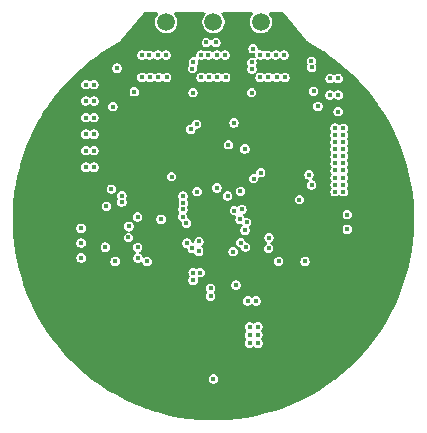
<source format=gbr>
%TF.GenerationSoftware,KiCad,Pcbnew,9.0.3*%
%TF.CreationDate,2025-09-12T10:42:05+02:00*%
%TF.ProjectId,FOC_CONTROLLER_V1,464f435f-434f-44e5-9452-4f4c4c45525f,rev?*%
%TF.SameCoordinates,Original*%
%TF.FileFunction,Copper,L7,Inr*%
%TF.FilePolarity,Positive*%
%FSLAX46Y46*%
G04 Gerber Fmt 4.6, Leading zero omitted, Abs format (unit mm)*
G04 Created by KiCad (PCBNEW 9.0.3) date 2025-09-12 10:42:05*
%MOMM*%
%LPD*%
G01*
G04 APERTURE LIST*
%TA.AperFunction,ComponentPad*%
%ADD10C,3.600000*%
%TD*%
%TA.AperFunction,ComponentPad*%
%ADD11C,1.500000*%
%TD*%
%TA.AperFunction,ViaPad*%
%ADD12C,0.400000*%
%TD*%
G04 APERTURE END LIST*
D10*
%TO.N,GND*%
%TO.C,TP1*%
X106717500Y-106717500D03*
%TD*%
%TO.N,GND*%
%TO.C,TP1*%
X93282500Y-106717500D03*
%TD*%
D11*
%TO.N,/OUTV*%
%TO.C,TP6*%
X100000000Y-83300000D03*
%TD*%
%TO.N,/OUTW*%
%TO.C,TP7*%
X104000000Y-83300000D03*
%TD*%
%TO.N,/OUTU*%
%TO.C,TP5*%
X96000000Y-83300000D03*
%TD*%
D10*
%TO.N,GND*%
%TO.C,TP1*%
X106717500Y-93282500D03*
%TD*%
%TO.N,GND*%
%TO.C,TP1*%
X93282500Y-93282500D03*
%TD*%
D12*
%TO.N,+3.3V*%
X98280000Y-104500000D03*
X100207500Y-85020000D03*
X103600000Y-106900000D03*
X103050000Y-110475000D03*
X98280000Y-105150000D03*
X103750000Y-110475000D03*
X101900000Y-105550000D03*
X108090000Y-96230000D03*
X102418225Y-99153663D03*
X92240000Y-97980000D03*
X103750000Y-109075000D03*
X103050000Y-109775000D03*
X101770000Y-99260000D03*
X98890000Y-104500000D03*
X103050000Y-109075000D03*
X95570000Y-99989232D03*
X92240000Y-98530003D03*
X102900000Y-106900000D03*
X104002500Y-96032500D03*
X103750000Y-109775000D03*
%TO.N,GND*%
X104300000Y-104700000D03*
X84121790Y-99167858D03*
X100000000Y-100700000D03*
X84878201Y-95086630D03*
X106800000Y-101100000D03*
X102630000Y-98280000D03*
X86665138Y-91340239D03*
X104913370Y-115121799D03*
X97512692Y-115704245D03*
X87700000Y-98150000D03*
X106467113Y-114525373D03*
X89360823Y-111816003D03*
X101662003Y-115812898D03*
X114167004Y-107218449D03*
X111242998Y-111242998D03*
X94301950Y-114843929D03*
X96400000Y-110500000D03*
X105900000Y-99000000D03*
X86230196Y-107950000D03*
X96694204Y-115552547D03*
X107800000Y-100000000D03*
X115358221Y-95884777D03*
X84641779Y-104115223D03*
X112356621Y-110006194D03*
X113334862Y-108659761D03*
X93000000Y-102200000D03*
X98170000Y-98260000D03*
X87700000Y-94230000D03*
X102487308Y-115704245D03*
X99300000Y-99300000D03*
X95884777Y-115358221D03*
X99167858Y-115878210D03*
X100700000Y-100000000D03*
X111300000Y-102100000D03*
X103934287Y-99755057D03*
X98700000Y-108100000D03*
X86665138Y-108659761D03*
X84100000Y-100000000D03*
X114167004Y-92781551D03*
X84447453Y-96694204D03*
X97900000Y-89900000D03*
X115812898Y-98337997D03*
X115878210Y-100832142D03*
X114843929Y-105698050D03*
X94270000Y-99792500D03*
X107970000Y-97680000D03*
X98337997Y-115812898D03*
X91430000Y-98230000D03*
X105698050Y-114843929D03*
X85832996Y-92781551D03*
X109345786Y-112863370D03*
X96400000Y-108100000D03*
X84121790Y-100832142D03*
X89993806Y-112356621D03*
X103305796Y-115552547D03*
X113334862Y-91340239D03*
X98700000Y-89900000D03*
X110006194Y-112356621D03*
X115552547Y-103305796D03*
X115121799Y-95086630D03*
X112200000Y-102100000D03*
X112863370Y-109345786D03*
X99300000Y-100700000D03*
X99300000Y-100000000D03*
X95230000Y-96560000D03*
X110400000Y-103350000D03*
X93532887Y-114525373D03*
X91300000Y-95900000D03*
X115358221Y-104115223D03*
X85156071Y-105698050D03*
X100000000Y-115900000D03*
X90110000Y-99430000D03*
X87643379Y-110006194D03*
X104115223Y-115358221D03*
X96420000Y-109750000D03*
X88183997Y-89360823D03*
X115704245Y-97512692D03*
X84447453Y-103305796D03*
X115812898Y-101662003D03*
X84641779Y-95884777D03*
X96630000Y-103490000D03*
X96400000Y-109000000D03*
X100700000Y-99300000D03*
X111300000Y-103350000D03*
X91540000Y-99770000D03*
X101900000Y-104717500D03*
X100832142Y-115878210D03*
X88183997Y-110639177D03*
X100000000Y-99300000D03*
X84295755Y-102487308D03*
X87700000Y-92270000D03*
X88757002Y-111242998D03*
X103400000Y-103300000D03*
X111816003Y-110639177D03*
X91340239Y-113334862D03*
X100407500Y-114100000D03*
X94150000Y-91100000D03*
X84187102Y-98337997D03*
X92050000Y-113769804D03*
X100010000Y-102530000D03*
X115704245Y-102487308D03*
X85832996Y-107218449D03*
X96000000Y-103500000D03*
X85474627Y-106467113D03*
X113769804Y-107950000D03*
X103400000Y-95900000D03*
X87136630Y-109345786D03*
X101860000Y-98050000D03*
X113769804Y-92050000D03*
X110400000Y-102100000D03*
X114525373Y-93532887D03*
X98100000Y-109800000D03*
X84878201Y-104913370D03*
X97580000Y-97400000D03*
X85474627Y-93532887D03*
X114843929Y-94301950D03*
X115121799Y-104913370D03*
X86230196Y-92050000D03*
X90080000Y-100620000D03*
X107218449Y-114167004D03*
X100700000Y-100700000D03*
X115878210Y-99167858D03*
X109500000Y-100200000D03*
X90150000Y-101910000D03*
X97550000Y-108050000D03*
X100000000Y-100000000D03*
X110639177Y-111816003D03*
X115900000Y-100000000D03*
X92960000Y-96780000D03*
X95086630Y-115121799D03*
X107950000Y-113769804D03*
X101000000Y-102600000D03*
X103000000Y-89800000D03*
X85156071Y-94301950D03*
X84187102Y-101662003D03*
X87643379Y-89993806D03*
X108659761Y-113334862D03*
X109500000Y-101400000D03*
X84295755Y-97512692D03*
X92400000Y-91100000D03*
X115552547Y-96694204D03*
X112200000Y-103350000D03*
X95800000Y-104800000D03*
X87136630Y-90654214D03*
X96500000Y-106100000D03*
X101590000Y-97350000D03*
X92781551Y-114167004D03*
X90654214Y-112863370D03*
X101870000Y-98600000D03*
X114525373Y-106467113D03*
%TO.N,/NRST*%
X88800000Y-103250000D03*
X107750000Y-103550000D03*
%TO.N,VBAT+*%
X110300000Y-95260000D03*
X99750000Y-106500000D03*
X103938000Y-87975000D03*
X89190000Y-88580000D03*
X100338000Y-87975000D03*
X110300000Y-97060000D03*
X93938000Y-87975000D03*
X111000000Y-96460000D03*
X111000000Y-94060000D03*
X89190000Y-95580000D03*
X110300000Y-97660000D03*
X111000000Y-93460000D03*
X89890000Y-91380000D03*
X111000000Y-94660000D03*
X110300000Y-94660000D03*
X111000000Y-92260000D03*
X89190000Y-89980000D03*
X89890000Y-89980000D03*
X94638000Y-87975000D03*
X89890000Y-92780000D03*
X110300000Y-94060000D03*
X109860000Y-89470000D03*
X110560000Y-88070000D03*
X101038000Y-87975000D03*
X111000000Y-92860000D03*
X111000000Y-97660000D03*
X110300000Y-96460000D03*
X104638000Y-87975000D03*
X89890000Y-94180000D03*
X110560000Y-89470000D03*
X110560000Y-90870000D03*
X89890000Y-95580000D03*
X110300000Y-92260000D03*
X98938000Y-87975000D03*
X110300000Y-93460000D03*
X105338000Y-87975000D03*
X89190000Y-91380000D03*
X110300000Y-95860000D03*
X109860000Y-88070000D03*
X111000000Y-97060000D03*
X106038000Y-87975000D03*
X95338000Y-87975000D03*
X111000000Y-95860000D03*
X110300000Y-92860000D03*
X89190000Y-92780000D03*
X96038000Y-87975000D03*
X111000000Y-95260000D03*
X99638000Y-87975000D03*
X89190000Y-94180000D03*
X89890000Y-88580000D03*
X99750000Y-105820000D03*
%TO.N,/ISNSU*%
X102250000Y-99979222D03*
X91672500Y-103550000D03*
%TO.N,/OP2O*%
X98750000Y-102700000D03*
X93610000Y-103270000D03*
%TO.N,/OP2N*%
X92800000Y-101530000D03*
X98200000Y-102430000D03*
%TO.N,/ISNSV*%
X94390000Y-103560000D03*
X102800000Y-100250000D03*
%TO.N,/BTN*%
X97420000Y-98030000D03*
X91350000Y-97427500D03*
%TO.N,Net-(IC1-PA5)*%
X104700000Y-101550000D03*
X99392500Y-85020000D03*
%TO.N,/SHUNT+AFTER*%
X103400000Y-96550000D03*
X103340000Y-85550000D03*
%TO.N,/LSU*%
X96450000Y-96380000D03*
X91480000Y-90457500D03*
%TO.N,/HSW*%
X102284266Y-97625734D03*
X108830000Y-90425000D03*
%TO.N,/LSW*%
X102650000Y-94030000D03*
X100286889Y-97324999D03*
%TO.N,/SPI2_CS*%
X97390000Y-99770000D03*
%TO.N,/OP2P*%
X97750000Y-102010000D03*
X92830000Y-100580000D03*
%TO.N,/SPI2_MOSI*%
X98780000Y-101870000D03*
%TO.N,/UART_TX*%
X102711830Y-102330000D03*
X111323885Y-100836500D03*
%TO.N,/SWCLK*%
X97419527Y-99152966D03*
X88800000Y-102000000D03*
%TO.N,Net-(D8-A)*%
X101664482Y-102724915D03*
X100000000Y-113500000D03*
%TO.N,/MGL*%
X102675141Y-100910002D03*
X98620000Y-97640000D03*
%TO.N,/UART_RX*%
X111323885Y-99586500D03*
X104670000Y-102460000D03*
%TO.N,/SWDIO*%
X97444761Y-98603543D03*
X88800000Y-100750000D03*
%TO.N,/SPI2_MISO*%
X97710000Y-100320000D03*
%TO.N,/MGH*%
X102301875Y-101963340D03*
%TO.N,Net-(IC2-SCLK)*%
X105505000Y-103550000D03*
X101200000Y-98000000D03*
%TO.N,/SHUNT+U*%
X90930000Y-98890000D03*
X98300000Y-86650000D03*
%TO.N,Net-(Q1-G2)*%
X91830000Y-87200000D03*
X93950000Y-86075000D03*
%TO.N,Net-(Q1-G1)*%
X93290000Y-89190000D03*
X98075000Y-92367500D03*
%TO.N,/SHUNT+V*%
X93570000Y-99782500D03*
X103250000Y-86710000D03*
%TO.N,Net-(Q2-G2)*%
X98567326Y-91927624D03*
X98950000Y-86075000D03*
%TO.N,Net-(Q2-G1)*%
X98270000Y-89260000D03*
X101270000Y-93680000D03*
%TO.N,/SHUNT+W*%
X108310000Y-97090000D03*
X108297464Y-86595515D03*
%TO.N,Net-(Q3-G2)*%
X103950000Y-86075000D03*
X101736608Y-91819688D03*
%TO.N,Net-(Q3-G1)*%
X103220000Y-89260000D03*
X108475000Y-89140000D03*
%TO.N,Net-(Q1-S2)*%
X95275000Y-86075000D03*
X94575000Y-86075000D03*
X95975000Y-86075000D03*
%TO.N,Net-(Q2-S2)*%
X99575000Y-86075000D03*
X100275000Y-86075000D03*
X100975000Y-86075000D03*
%TO.N,Net-(Q3-S2)*%
X105975000Y-86075000D03*
X105275000Y-86075000D03*
X104575000Y-86075000D03*
%TO.N,/SHUNT-W*%
X108320000Y-87120000D03*
X107280000Y-98320000D03*
%TO.N,/SHUNT-U*%
X90840000Y-102345000D03*
X98220000Y-87230000D03*
%TO.N,/SHUNT-V*%
X103260000Y-87270000D03*
X93580000Y-102367500D03*
%TD*%
%TA.AperFunction,Conductor*%
%TO.N,GND*%
G36*
X95294473Y-82499407D02*
G01*
X95330437Y-82548907D01*
X95330437Y-82610093D01*
X95306286Y-82649504D01*
X95261701Y-82694088D01*
X95261698Y-82694092D01*
X95157681Y-82849761D01*
X95157677Y-82849770D01*
X95086026Y-83022750D01*
X95049500Y-83206381D01*
X95049500Y-83393618D01*
X95086026Y-83577249D01*
X95157677Y-83750229D01*
X95157681Y-83750238D01*
X95232065Y-83861559D01*
X95261698Y-83905908D01*
X95394092Y-84038302D01*
X95460463Y-84082649D01*
X95549761Y-84142318D01*
X95549767Y-84142320D01*
X95549769Y-84142322D01*
X95722749Y-84213973D01*
X95906384Y-84250500D01*
X95906385Y-84250500D01*
X96093615Y-84250500D01*
X96093616Y-84250500D01*
X96277251Y-84213973D01*
X96450231Y-84142322D01*
X96450234Y-84142319D01*
X96450238Y-84142318D01*
X96495187Y-84112282D01*
X96605908Y-84038302D01*
X96738302Y-83905908D01*
X96812282Y-83795187D01*
X96842318Y-83750238D01*
X96842319Y-83750234D01*
X96842322Y-83750231D01*
X96913973Y-83577251D01*
X96950500Y-83393616D01*
X96950500Y-83206384D01*
X96913973Y-83022749D01*
X96842322Y-82849769D01*
X96842320Y-82849767D01*
X96842318Y-82849761D01*
X96782649Y-82760463D01*
X96738302Y-82694092D01*
X96693714Y-82649504D01*
X96665937Y-82594987D01*
X96675508Y-82534555D01*
X96718773Y-82491290D01*
X96763718Y-82480500D01*
X99236282Y-82480500D01*
X99294473Y-82499407D01*
X99330437Y-82548907D01*
X99330437Y-82610093D01*
X99306286Y-82649504D01*
X99261701Y-82694088D01*
X99261698Y-82694092D01*
X99157681Y-82849761D01*
X99157677Y-82849770D01*
X99086026Y-83022750D01*
X99049500Y-83206381D01*
X99049500Y-83393618D01*
X99086026Y-83577249D01*
X99157677Y-83750229D01*
X99157681Y-83750238D01*
X99232065Y-83861559D01*
X99261698Y-83905908D01*
X99394092Y-84038302D01*
X99460463Y-84082649D01*
X99549761Y-84142318D01*
X99549767Y-84142320D01*
X99549769Y-84142322D01*
X99722749Y-84213973D01*
X99906384Y-84250500D01*
X99906385Y-84250500D01*
X100093615Y-84250500D01*
X100093616Y-84250500D01*
X100277251Y-84213973D01*
X100450231Y-84142322D01*
X100450234Y-84142319D01*
X100450238Y-84142318D01*
X100495187Y-84112282D01*
X100605908Y-84038302D01*
X100738302Y-83905908D01*
X100812282Y-83795187D01*
X100842318Y-83750238D01*
X100842319Y-83750234D01*
X100842322Y-83750231D01*
X100913973Y-83577251D01*
X100950500Y-83393616D01*
X100950500Y-83206384D01*
X100913973Y-83022749D01*
X100842322Y-82849769D01*
X100842320Y-82849767D01*
X100842318Y-82849761D01*
X100782649Y-82760463D01*
X100738302Y-82694092D01*
X100693714Y-82649504D01*
X100665937Y-82594987D01*
X100675508Y-82534555D01*
X100718773Y-82491290D01*
X100763718Y-82480500D01*
X103236282Y-82480500D01*
X103294473Y-82499407D01*
X103330437Y-82548907D01*
X103330437Y-82610093D01*
X103306286Y-82649504D01*
X103261701Y-82694088D01*
X103261698Y-82694092D01*
X103157681Y-82849761D01*
X103157677Y-82849770D01*
X103086026Y-83022750D01*
X103049500Y-83206381D01*
X103049500Y-83393618D01*
X103086026Y-83577249D01*
X103157677Y-83750229D01*
X103157681Y-83750238D01*
X103232065Y-83861559D01*
X103261698Y-83905908D01*
X103394092Y-84038302D01*
X103460463Y-84082649D01*
X103549761Y-84142318D01*
X103549767Y-84142320D01*
X103549769Y-84142322D01*
X103722749Y-84213973D01*
X103906384Y-84250500D01*
X103906385Y-84250500D01*
X104093615Y-84250500D01*
X104093616Y-84250500D01*
X104277251Y-84213973D01*
X104450231Y-84142322D01*
X104450234Y-84142319D01*
X104450238Y-84142318D01*
X104495187Y-84112282D01*
X104605908Y-84038302D01*
X104738302Y-83905908D01*
X104812282Y-83795187D01*
X104842318Y-83750238D01*
X104842319Y-83750234D01*
X104842322Y-83750231D01*
X104913973Y-83577251D01*
X104950500Y-83393616D01*
X104950500Y-83206384D01*
X104913973Y-83022749D01*
X104842322Y-82849769D01*
X104842320Y-82849767D01*
X104842318Y-82849761D01*
X104782649Y-82760463D01*
X104738302Y-82694092D01*
X104693714Y-82649504D01*
X104665937Y-82594987D01*
X104675508Y-82534555D01*
X104718773Y-82491290D01*
X104763718Y-82480500D01*
X105865481Y-82480500D01*
X105923672Y-82499407D01*
X105942569Y-82517384D01*
X107818831Y-84845895D01*
X107818832Y-84845896D01*
X107825592Y-84854285D01*
X107826093Y-84855894D01*
X107850536Y-84885243D01*
X107851019Y-84885842D01*
X107851055Y-84885886D01*
X107874658Y-84915178D01*
X107875207Y-84915622D01*
X107876412Y-84916613D01*
X107877025Y-84917125D01*
X107910250Y-84934575D01*
X107911673Y-84935337D01*
X107915040Y-84937176D01*
X107915659Y-84937517D01*
X108158751Y-85072725D01*
X108622595Y-85330715D01*
X108626683Y-85333118D01*
X109308510Y-85756318D01*
X109315126Y-85760424D01*
X109319087Y-85763017D01*
X109985571Y-86222309D01*
X109986238Y-86222768D01*
X109990070Y-86225546D01*
X110426725Y-86558382D01*
X110634475Y-86716738D01*
X110638176Y-86719702D01*
X111258316Y-87241183D01*
X111261851Y-87244303D01*
X111741566Y-87688604D01*
X111856301Y-87794869D01*
X111859701Y-87798172D01*
X112314120Y-88261396D01*
X112427126Y-88376591D01*
X112430364Y-88380055D01*
X112969398Y-88984929D01*
X112972467Y-88988543D01*
X113481969Y-89618594D01*
X113484857Y-89622345D01*
X113959464Y-90270413D01*
X113963578Y-90276031D01*
X113966287Y-90279922D01*
X114413164Y-90955788D01*
X114415684Y-90959805D01*
X114829694Y-91656305D01*
X114832018Y-91660438D01*
X115212191Y-92375937D01*
X115214315Y-92380176D01*
X115559795Y-93113066D01*
X115561714Y-93117402D01*
X115871716Y-93866020D01*
X115873424Y-93870443D01*
X116147214Y-94633014D01*
X116148709Y-94637514D01*
X116385674Y-95412325D01*
X116386952Y-95416891D01*
X116586547Y-96202168D01*
X116587605Y-96206791D01*
X116749371Y-97000726D01*
X116750206Y-97005393D01*
X116873770Y-97806151D01*
X116874381Y-97810854D01*
X116959461Y-98616622D01*
X116959846Y-98621347D01*
X117006248Y-99430266D01*
X117006406Y-99435005D01*
X117014022Y-100245210D01*
X117013953Y-100249952D01*
X116982766Y-101059596D01*
X116982470Y-101064328D01*
X116912552Y-101871543D01*
X116912030Y-101876256D01*
X116803537Y-102679224D01*
X116802789Y-102683906D01*
X116655982Y-103480706D01*
X116655012Y-103485348D01*
X116470209Y-104274259D01*
X116469017Y-104278848D01*
X116246661Y-105057973D01*
X116245251Y-105062500D01*
X115985842Y-105830086D01*
X115984217Y-105834541D01*
X115688343Y-106588852D01*
X115686506Y-106593223D01*
X115354866Y-107332472D01*
X115352822Y-107336751D01*
X114986164Y-108059276D01*
X114983918Y-108063452D01*
X114583071Y-108767616D01*
X114580627Y-108771679D01*
X114146536Y-109455823D01*
X114143900Y-109459765D01*
X113677552Y-110122334D01*
X113674731Y-110126145D01*
X113177174Y-110765648D01*
X113174173Y-110769319D01*
X112646600Y-111384223D01*
X112643428Y-111387747D01*
X112086985Y-111976721D01*
X112083647Y-111980089D01*
X111499643Y-112541741D01*
X111496147Y-112544945D01*
X110885944Y-113077969D01*
X110882300Y-113081002D01*
X110247249Y-113584217D01*
X110243463Y-113587072D01*
X109585054Y-114059297D01*
X109581136Y-114061967D01*
X108900876Y-114502120D01*
X108896834Y-114504600D01*
X108196267Y-114911683D01*
X108192111Y-114913966D01*
X107472880Y-115287025D01*
X107468620Y-115289107D01*
X106732340Y-115627304D01*
X106727985Y-115629180D01*
X105976346Y-115931741D01*
X105971906Y-115933406D01*
X105206641Y-116199628D01*
X105202127Y-116201078D01*
X104424991Y-116430354D01*
X104420412Y-116431586D01*
X103633214Y-116623382D01*
X103628582Y-116624394D01*
X102833082Y-116778281D01*
X102828406Y-116779070D01*
X102026452Y-116894690D01*
X102021744Y-116895254D01*
X101215177Y-116972343D01*
X101210447Y-116972681D01*
X100401111Y-117011060D01*
X100396371Y-117011171D01*
X99586130Y-117010755D01*
X99581390Y-117010639D01*
X98772091Y-116971426D01*
X98767362Y-116971083D01*
X97960877Y-116893165D01*
X97956169Y-116892596D01*
X97154352Y-116776154D01*
X97149677Y-116775361D01*
X96354317Y-116620652D01*
X96349686Y-116619635D01*
X95562684Y-116427030D01*
X95558106Y-116425793D01*
X94781202Y-116195717D01*
X94776699Y-116194265D01*
X94423313Y-116070920D01*
X94011723Y-115927260D01*
X94007285Y-115925591D01*
X93255950Y-115622256D01*
X93251597Y-115620376D01*
X92515665Y-115281420D01*
X92511407Y-115279334D01*
X91792534Y-114905523D01*
X91788381Y-114903235D01*
X91088244Y-114495437D01*
X91084210Y-114492956D01*
X90404390Y-114052094D01*
X90400475Y-114049419D01*
X89742577Y-113576537D01*
X89738794Y-113573679D01*
X89579608Y-113447273D01*
X99599500Y-113447273D01*
X99599500Y-113552727D01*
X99608703Y-113587072D01*
X99626794Y-113654589D01*
X99626794Y-113654590D01*
X99679518Y-113745910D01*
X99679520Y-113745913D01*
X99754087Y-113820480D01*
X99845413Y-113873207D01*
X99947273Y-113900500D01*
X99947275Y-113900500D01*
X100052725Y-113900500D01*
X100052727Y-113900500D01*
X100154587Y-113873207D01*
X100245913Y-113820480D01*
X100320480Y-113745913D01*
X100373207Y-113654587D01*
X100400500Y-113552727D01*
X100400500Y-113447273D01*
X100373207Y-113345413D01*
X100320480Y-113254087D01*
X100245913Y-113179520D01*
X100154587Y-113126793D01*
X100052727Y-113099500D01*
X99947273Y-113099500D01*
X99845413Y-113126793D01*
X99845412Y-113126793D01*
X99845410Y-113126794D01*
X99845409Y-113126794D01*
X99754089Y-113179518D01*
X99679518Y-113254089D01*
X99626794Y-113345409D01*
X99626794Y-113345410D01*
X99626793Y-113345412D01*
X99626793Y-113345413D01*
X99599500Y-113447273D01*
X89579608Y-113447273D01*
X89104248Y-113069801D01*
X89100628Y-113066782D01*
X88684555Y-112702580D01*
X88490942Y-112533103D01*
X88487450Y-112529895D01*
X87904046Y-111967663D01*
X87900711Y-111964292D01*
X87357131Y-111387747D01*
X87344863Y-111374734D01*
X87341717Y-111371233D01*
X86814747Y-110755751D01*
X86811751Y-110752076D01*
X86314860Y-110112073D01*
X86312042Y-110108259D01*
X85846372Y-109445205D01*
X85843741Y-109441261D01*
X85607911Y-109068738D01*
X85578496Y-109022273D01*
X102649500Y-109022273D01*
X102649500Y-109127727D01*
X102676793Y-109229587D01*
X102676794Y-109229589D01*
X102676794Y-109229590D01*
X102729518Y-109320910D01*
X102729520Y-109320913D01*
X102763605Y-109354998D01*
X102791381Y-109409513D01*
X102781810Y-109469945D01*
X102763606Y-109495000D01*
X102729520Y-109529087D01*
X102729518Y-109529089D01*
X102676794Y-109620409D01*
X102676794Y-109620410D01*
X102676793Y-109620412D01*
X102676793Y-109620413D01*
X102649500Y-109722273D01*
X102649500Y-109827727D01*
X102676793Y-109929587D01*
X102676794Y-109929589D01*
X102676794Y-109929590D01*
X102729518Y-110020910D01*
X102729520Y-110020913D01*
X102763605Y-110054998D01*
X102791381Y-110109513D01*
X102781810Y-110169945D01*
X102763606Y-110195000D01*
X102729520Y-110229087D01*
X102729518Y-110229089D01*
X102676794Y-110320409D01*
X102676794Y-110320410D01*
X102676793Y-110320412D01*
X102676793Y-110320413D01*
X102649500Y-110422273D01*
X102649500Y-110527727D01*
X102676793Y-110629587D01*
X102676794Y-110629589D01*
X102676794Y-110629590D01*
X102729518Y-110720910D01*
X102729520Y-110720913D01*
X102804087Y-110795480D01*
X102895413Y-110848207D01*
X102997273Y-110875500D01*
X102997275Y-110875500D01*
X103102725Y-110875500D01*
X103102727Y-110875500D01*
X103204587Y-110848207D01*
X103295913Y-110795480D01*
X103329998Y-110761394D01*
X103384513Y-110733619D01*
X103444945Y-110743190D01*
X103470000Y-110761393D01*
X103504087Y-110795480D01*
X103595413Y-110848207D01*
X103697273Y-110875500D01*
X103697275Y-110875500D01*
X103802725Y-110875500D01*
X103802727Y-110875500D01*
X103904587Y-110848207D01*
X103995913Y-110795480D01*
X104070480Y-110720913D01*
X104123207Y-110629587D01*
X104150500Y-110527727D01*
X104150500Y-110422273D01*
X104123207Y-110320413D01*
X104070480Y-110229087D01*
X104036394Y-110195001D01*
X104008619Y-110140487D01*
X104018190Y-110080055D01*
X104036393Y-110054999D01*
X104070480Y-110020913D01*
X104123207Y-109929587D01*
X104150500Y-109827727D01*
X104150500Y-109722273D01*
X104123207Y-109620413D01*
X104070480Y-109529087D01*
X104036394Y-109495001D01*
X104008619Y-109440487D01*
X104018190Y-109380055D01*
X104036393Y-109354999D01*
X104070480Y-109320913D01*
X104123207Y-109229587D01*
X104150500Y-109127727D01*
X104150500Y-109022273D01*
X104123207Y-108920413D01*
X104070480Y-108829087D01*
X103995913Y-108754520D01*
X103904587Y-108701793D01*
X103802727Y-108674500D01*
X103697273Y-108674500D01*
X103595413Y-108701793D01*
X103595412Y-108701793D01*
X103595410Y-108701794D01*
X103595409Y-108701794D01*
X103504089Y-108754518D01*
X103504087Y-108754519D01*
X103504087Y-108754520D01*
X103470001Y-108788605D01*
X103415487Y-108816381D01*
X103355055Y-108806810D01*
X103329999Y-108788606D01*
X103295913Y-108754520D01*
X103204587Y-108701793D01*
X103102727Y-108674500D01*
X102997273Y-108674500D01*
X102895413Y-108701793D01*
X102895412Y-108701793D01*
X102895410Y-108701794D01*
X102895409Y-108701794D01*
X102804089Y-108754518D01*
X102729518Y-108829089D01*
X102676794Y-108920409D01*
X102676794Y-108920410D01*
X102676793Y-108920412D01*
X102676793Y-108920413D01*
X102649500Y-109022273D01*
X85578496Y-109022273D01*
X85410356Y-108756676D01*
X85407916Y-108752610D01*
X85007799Y-108048044D01*
X85005557Y-108043866D01*
X84814913Y-107667229D01*
X84639641Y-107320960D01*
X84637603Y-107316683D01*
X84594564Y-107220481D01*
X84306714Y-106577071D01*
X84304884Y-106572703D01*
X84297071Y-106552725D01*
X84070987Y-105974590D01*
X84009788Y-105818094D01*
X84008168Y-105813640D01*
X83992551Y-105767273D01*
X99349500Y-105767273D01*
X99349500Y-105872727D01*
X99363026Y-105923207D01*
X99376794Y-105974589D01*
X99376794Y-105974590D01*
X99429518Y-106065910D01*
X99429520Y-106065913D01*
X99453605Y-106089998D01*
X99481381Y-106144513D01*
X99471810Y-106204945D01*
X99453606Y-106230000D01*
X99429520Y-106254087D01*
X99429518Y-106254089D01*
X99376794Y-106345409D01*
X99376794Y-106345410D01*
X99376793Y-106345412D01*
X99376793Y-106345413D01*
X99349500Y-106447273D01*
X99349500Y-106552727D01*
X99359180Y-106588852D01*
X99376794Y-106654589D01*
X99376794Y-106654590D01*
X99429231Y-106745413D01*
X99429520Y-106745913D01*
X99504087Y-106820480D01*
X99595413Y-106873207D01*
X99697273Y-106900500D01*
X99697275Y-106900500D01*
X99802725Y-106900500D01*
X99802727Y-106900500D01*
X99904587Y-106873207D01*
X99949506Y-106847273D01*
X102499500Y-106847273D01*
X102499500Y-106952727D01*
X102526793Y-107054587D01*
X102526794Y-107054589D01*
X102526794Y-107054590D01*
X102579518Y-107145910D01*
X102579520Y-107145913D01*
X102654087Y-107220480D01*
X102745413Y-107273207D01*
X102847273Y-107300500D01*
X102847275Y-107300500D01*
X102952725Y-107300500D01*
X102952727Y-107300500D01*
X103054587Y-107273207D01*
X103145913Y-107220480D01*
X103179998Y-107186394D01*
X103234513Y-107158619D01*
X103294945Y-107168190D01*
X103320000Y-107186393D01*
X103354087Y-107220480D01*
X103445413Y-107273207D01*
X103547273Y-107300500D01*
X103547275Y-107300500D01*
X103652725Y-107300500D01*
X103652727Y-107300500D01*
X103754587Y-107273207D01*
X103845913Y-107220480D01*
X103920480Y-107145913D01*
X103973207Y-107054587D01*
X104000500Y-106952727D01*
X104000500Y-106847273D01*
X103973207Y-106745413D01*
X103920480Y-106654087D01*
X103845913Y-106579520D01*
X103754587Y-106526793D01*
X103652727Y-106499500D01*
X103547273Y-106499500D01*
X103445413Y-106526793D01*
X103445412Y-106526793D01*
X103445410Y-106526794D01*
X103445409Y-106526794D01*
X103354089Y-106579518D01*
X103354087Y-106579519D01*
X103354087Y-106579520D01*
X103320001Y-106613605D01*
X103265487Y-106641381D01*
X103205055Y-106631810D01*
X103179999Y-106613606D01*
X103145913Y-106579520D01*
X103054587Y-106526793D01*
X102952727Y-106499500D01*
X102847273Y-106499500D01*
X102745413Y-106526793D01*
X102745412Y-106526793D01*
X102745410Y-106526794D01*
X102745409Y-106526794D01*
X102654089Y-106579518D01*
X102579518Y-106654089D01*
X102526794Y-106745409D01*
X102526794Y-106745410D01*
X102526793Y-106745412D01*
X102526793Y-106745413D01*
X102499500Y-106847273D01*
X99949506Y-106847273D01*
X99995913Y-106820480D01*
X100070480Y-106745913D01*
X100123207Y-106654587D01*
X100150500Y-106552727D01*
X100150500Y-106447273D01*
X100123207Y-106345413D01*
X100070480Y-106254087D01*
X100046394Y-106230001D01*
X100018619Y-106175487D01*
X100028190Y-106115055D01*
X100046393Y-106089999D01*
X100070480Y-106065913D01*
X100123207Y-105974587D01*
X100150500Y-105872727D01*
X100150500Y-105767273D01*
X100123207Y-105665413D01*
X100070480Y-105574087D01*
X99995913Y-105499520D01*
X99992021Y-105497273D01*
X101499500Y-105497273D01*
X101499500Y-105602727D01*
X101526793Y-105704587D01*
X101526794Y-105704589D01*
X101526794Y-105704590D01*
X101579518Y-105795910D01*
X101579520Y-105795913D01*
X101654087Y-105870480D01*
X101745413Y-105923207D01*
X101847273Y-105950500D01*
X101847275Y-105950500D01*
X101952725Y-105950500D01*
X101952727Y-105950500D01*
X102054587Y-105923207D01*
X102145913Y-105870480D01*
X102220480Y-105795913D01*
X102273207Y-105704587D01*
X102300500Y-105602727D01*
X102300500Y-105497273D01*
X102273207Y-105395413D01*
X102220480Y-105304087D01*
X102145913Y-105229520D01*
X102054587Y-105176793D01*
X101952727Y-105149500D01*
X101847273Y-105149500D01*
X101745413Y-105176793D01*
X101745412Y-105176793D01*
X101745410Y-105176794D01*
X101745409Y-105176794D01*
X101654089Y-105229518D01*
X101579518Y-105304089D01*
X101526794Y-105395409D01*
X101526794Y-105395410D01*
X101526793Y-105395412D01*
X101526793Y-105395413D01*
X101499500Y-105497273D01*
X99992021Y-105497273D01*
X99904589Y-105446794D01*
X99904588Y-105446793D01*
X99904587Y-105446793D01*
X99802727Y-105419500D01*
X99697273Y-105419500D01*
X99595413Y-105446793D01*
X99595412Y-105446793D01*
X99595410Y-105446794D01*
X99595409Y-105446794D01*
X99504089Y-105499518D01*
X99429518Y-105574089D01*
X99376794Y-105665409D01*
X99376794Y-105665410D01*
X99376793Y-105665412D01*
X99376793Y-105665413D01*
X99349500Y-105767273D01*
X83992551Y-105767273D01*
X83749547Y-105045778D01*
X83748153Y-105041289D01*
X83579286Y-104447273D01*
X97879500Y-104447273D01*
X97879500Y-104552727D01*
X97885897Y-104576600D01*
X97906794Y-104654589D01*
X97906794Y-104654590D01*
X97959518Y-104745910D01*
X97959520Y-104745913D01*
X97968605Y-104754998D01*
X97996381Y-104809513D01*
X97986810Y-104869945D01*
X97968606Y-104895000D01*
X97963107Y-104900500D01*
X97959518Y-104904089D01*
X97906794Y-104995409D01*
X97906794Y-104995410D01*
X97906793Y-104995412D01*
X97906793Y-104995413D01*
X97879500Y-105097273D01*
X97879500Y-105202727D01*
X97906659Y-105304087D01*
X97906794Y-105304589D01*
X97906794Y-105304590D01*
X97959231Y-105395413D01*
X97959520Y-105395913D01*
X98034087Y-105470480D01*
X98125413Y-105523207D01*
X98227273Y-105550500D01*
X98227275Y-105550500D01*
X98332725Y-105550500D01*
X98332727Y-105550500D01*
X98434587Y-105523207D01*
X98525913Y-105470480D01*
X98600480Y-105395913D01*
X98653207Y-105304587D01*
X98680500Y-105202727D01*
X98680500Y-105097273D01*
X98655950Y-105005650D01*
X98659153Y-104944552D01*
X98697658Y-104897002D01*
X98756758Y-104881166D01*
X98777193Y-104884402D01*
X98837273Y-104900500D01*
X98837275Y-104900500D01*
X98942725Y-104900500D01*
X98942727Y-104900500D01*
X99044587Y-104873207D01*
X99135913Y-104820480D01*
X99210480Y-104745913D01*
X99263207Y-104654587D01*
X99290500Y-104552727D01*
X99290500Y-104447273D01*
X99263207Y-104345413D01*
X99210480Y-104254087D01*
X99135913Y-104179520D01*
X99044587Y-104126793D01*
X98942727Y-104099500D01*
X98837273Y-104099500D01*
X98735413Y-104126793D01*
X98735412Y-104126793D01*
X98735410Y-104126794D01*
X98735409Y-104126794D01*
X98638468Y-104182764D01*
X98637634Y-104181319D01*
X98587580Y-104199038D01*
X98531697Y-104182478D01*
X98531532Y-104182764D01*
X98530340Y-104182076D01*
X98528916Y-104181654D01*
X98526234Y-104179705D01*
X98434589Y-104126794D01*
X98434588Y-104126793D01*
X98434587Y-104126793D01*
X98332727Y-104099500D01*
X98227273Y-104099500D01*
X98125413Y-104126793D01*
X98125412Y-104126793D01*
X98125410Y-104126794D01*
X98125409Y-104126794D01*
X98034089Y-104179518D01*
X97959518Y-104254089D01*
X97906794Y-104345409D01*
X97906794Y-104345410D01*
X97906793Y-104345412D01*
X97906793Y-104345413D01*
X97879500Y-104447273D01*
X83579286Y-104447273D01*
X83526587Y-104261897D01*
X83525400Y-104257306D01*
X83449831Y-103933207D01*
X83341410Y-103468213D01*
X83340453Y-103463615D01*
X83291664Y-103197273D01*
X88399500Y-103197273D01*
X88399500Y-103302727D01*
X88424335Y-103395413D01*
X88426794Y-103404589D01*
X88426794Y-103404590D01*
X88460860Y-103463593D01*
X88479520Y-103495913D01*
X88554087Y-103570480D01*
X88645413Y-103623207D01*
X88747273Y-103650500D01*
X88747275Y-103650500D01*
X88852725Y-103650500D01*
X88852727Y-103650500D01*
X88954587Y-103623207D01*
X89045913Y-103570480D01*
X89119120Y-103497273D01*
X91272000Y-103497273D01*
X91272000Y-103602727D01*
X91290160Y-103670500D01*
X91299294Y-103704589D01*
X91299294Y-103704590D01*
X91305068Y-103714590D01*
X91352020Y-103795913D01*
X91426587Y-103870480D01*
X91517913Y-103923207D01*
X91619773Y-103950500D01*
X91619775Y-103950500D01*
X91725225Y-103950500D01*
X91725227Y-103950500D01*
X91827087Y-103923207D01*
X91918413Y-103870480D01*
X91992980Y-103795913D01*
X92045707Y-103704587D01*
X92073000Y-103602727D01*
X92073000Y-103497273D01*
X92045707Y-103395413D01*
X91992980Y-103304087D01*
X91918413Y-103229520D01*
X91897202Y-103217274D01*
X91827089Y-103176794D01*
X91827088Y-103176793D01*
X91827087Y-103176793D01*
X91725227Y-103149500D01*
X91619773Y-103149500D01*
X91517913Y-103176793D01*
X91517912Y-103176793D01*
X91517910Y-103176794D01*
X91517909Y-103176794D01*
X91426589Y-103229518D01*
X91352018Y-103304089D01*
X91299294Y-103395409D01*
X91299294Y-103395410D01*
X91299293Y-103395412D01*
X91299293Y-103395413D01*
X91272000Y-103497273D01*
X89119120Y-103497273D01*
X89120480Y-103495913D01*
X89173207Y-103404587D01*
X89200500Y-103302727D01*
X89200500Y-103197273D01*
X89173207Y-103095413D01*
X89160386Y-103073207D01*
X89120481Y-103004089D01*
X89120480Y-103004087D01*
X89045913Y-102929520D01*
X89017552Y-102913146D01*
X88954589Y-102876794D01*
X88954588Y-102876793D01*
X88954587Y-102876793D01*
X88852727Y-102849500D01*
X88747273Y-102849500D01*
X88645413Y-102876793D01*
X88645412Y-102876793D01*
X88645410Y-102876794D01*
X88645409Y-102876794D01*
X88554089Y-102929518D01*
X88479518Y-103004089D01*
X88426794Y-103095409D01*
X88426794Y-103095410D01*
X88426793Y-103095412D01*
X88426793Y-103095413D01*
X88399500Y-103197273D01*
X83291664Y-103197273D01*
X83194449Y-102666569D01*
X83193716Y-102661945D01*
X83097902Y-101947273D01*
X88399500Y-101947273D01*
X88399500Y-102052727D01*
X88426793Y-102154587D01*
X88426794Y-102154589D01*
X88426794Y-102154590D01*
X88479518Y-102245910D01*
X88479520Y-102245913D01*
X88554087Y-102320480D01*
X88645413Y-102373207D01*
X88747273Y-102400500D01*
X88747275Y-102400500D01*
X88852725Y-102400500D01*
X88852727Y-102400500D01*
X88954587Y-102373207D01*
X89045913Y-102320480D01*
X89074120Y-102292273D01*
X90439500Y-102292273D01*
X90439500Y-102397727D01*
X90462775Y-102484590D01*
X90466794Y-102499589D01*
X90466794Y-102499590D01*
X90515869Y-102584589D01*
X90519520Y-102590913D01*
X90594087Y-102665480D01*
X90685413Y-102718207D01*
X90787273Y-102745500D01*
X90787275Y-102745500D01*
X90892725Y-102745500D01*
X90892727Y-102745500D01*
X90994587Y-102718207D01*
X91085913Y-102665480D01*
X91160480Y-102590913D01*
X91213207Y-102499587D01*
X91240500Y-102397727D01*
X91240500Y-102314773D01*
X93179500Y-102314773D01*
X93179500Y-102420227D01*
X93204285Y-102512727D01*
X93206794Y-102522089D01*
X93206794Y-102522090D01*
X93259518Y-102613410D01*
X93259520Y-102613413D01*
X93334087Y-102687980D01*
X93334089Y-102687981D01*
X93427087Y-102741674D01*
X93468028Y-102787143D01*
X93474424Y-102847993D01*
X93443831Y-102900981D01*
X93427088Y-102913146D01*
X93364088Y-102949519D01*
X93289518Y-103024089D01*
X93236794Y-103115409D01*
X93236794Y-103115410D01*
X93236793Y-103115412D01*
X93236793Y-103115413D01*
X93209500Y-103217273D01*
X93209500Y-103322727D01*
X93236793Y-103424587D01*
X93236794Y-103424589D01*
X93236794Y-103424590D01*
X93284532Y-103507274D01*
X93289520Y-103515913D01*
X93364087Y-103590480D01*
X93455413Y-103643207D01*
X93557273Y-103670500D01*
X93557275Y-103670500D01*
X93662725Y-103670500D01*
X93662727Y-103670500D01*
X93764587Y-103643207D01*
X93854708Y-103591175D01*
X93914553Y-103578454D01*
X93970449Y-103603340D01*
X93999832Y-103651287D01*
X94014114Y-103704590D01*
X94016794Y-103714589D01*
X94016794Y-103714590D01*
X94069518Y-103805910D01*
X94069520Y-103805913D01*
X94144087Y-103880480D01*
X94235413Y-103933207D01*
X94337273Y-103960500D01*
X94337275Y-103960500D01*
X94442725Y-103960500D01*
X94442727Y-103960500D01*
X94544587Y-103933207D01*
X94635913Y-103880480D01*
X94710480Y-103805913D01*
X94763207Y-103714587D01*
X94790500Y-103612727D01*
X94790500Y-103507273D01*
X94787821Y-103497273D01*
X105104500Y-103497273D01*
X105104500Y-103602727D01*
X105122660Y-103670500D01*
X105131794Y-103704589D01*
X105131794Y-103704590D01*
X105137568Y-103714590D01*
X105184520Y-103795913D01*
X105259087Y-103870480D01*
X105350413Y-103923207D01*
X105452273Y-103950500D01*
X105452275Y-103950500D01*
X105557725Y-103950500D01*
X105557727Y-103950500D01*
X105659587Y-103923207D01*
X105750913Y-103870480D01*
X105825480Y-103795913D01*
X105878207Y-103704587D01*
X105905500Y-103602727D01*
X105905500Y-103497273D01*
X107349500Y-103497273D01*
X107349500Y-103602727D01*
X107367660Y-103670500D01*
X107376794Y-103704589D01*
X107376794Y-103704590D01*
X107382568Y-103714590D01*
X107429520Y-103795913D01*
X107504087Y-103870480D01*
X107595413Y-103923207D01*
X107697273Y-103950500D01*
X107697275Y-103950500D01*
X107802725Y-103950500D01*
X107802727Y-103950500D01*
X107904587Y-103923207D01*
X107995913Y-103870480D01*
X108070480Y-103795913D01*
X108123207Y-103704587D01*
X108150500Y-103602727D01*
X108150500Y-103497273D01*
X108123207Y-103395413D01*
X108070480Y-103304087D01*
X107995913Y-103229520D01*
X107974702Y-103217274D01*
X107904589Y-103176794D01*
X107904588Y-103176793D01*
X107904587Y-103176793D01*
X107802727Y-103149500D01*
X107697273Y-103149500D01*
X107595413Y-103176793D01*
X107595412Y-103176793D01*
X107595410Y-103176794D01*
X107595409Y-103176794D01*
X107504089Y-103229518D01*
X107429518Y-103304089D01*
X107376794Y-103395409D01*
X107376794Y-103395410D01*
X107376793Y-103395412D01*
X107376793Y-103395413D01*
X107349500Y-103497273D01*
X105905500Y-103497273D01*
X105878207Y-103395413D01*
X105825480Y-103304087D01*
X105750913Y-103229520D01*
X105729702Y-103217274D01*
X105659589Y-103176794D01*
X105659588Y-103176793D01*
X105659587Y-103176793D01*
X105557727Y-103149500D01*
X105452273Y-103149500D01*
X105350413Y-103176793D01*
X105350412Y-103176793D01*
X105350410Y-103176794D01*
X105350409Y-103176794D01*
X105259089Y-103229518D01*
X105184518Y-103304089D01*
X105131794Y-103395409D01*
X105131794Y-103395410D01*
X105131793Y-103395412D01*
X105131793Y-103395413D01*
X105104500Y-103497273D01*
X94787821Y-103497273D01*
X94763207Y-103405413D01*
X94762731Y-103404589D01*
X94710481Y-103314089D01*
X94710480Y-103314087D01*
X94635913Y-103239520D01*
X94634707Y-103238824D01*
X94544589Y-103186794D01*
X94544588Y-103186793D01*
X94544587Y-103186793D01*
X94442727Y-103159500D01*
X94337273Y-103159500D01*
X94235413Y-103186793D01*
X94182619Y-103217274D01*
X94145293Y-103238824D01*
X94085444Y-103251545D01*
X94029549Y-103226658D01*
X94000167Y-103178711D01*
X93983207Y-103115413D01*
X93930480Y-103024087D01*
X93855913Y-102949520D01*
X93855910Y-102949518D01*
X93762912Y-102895825D01*
X93721971Y-102850355D01*
X93715575Y-102789505D01*
X93746168Y-102736517D01*
X93762906Y-102724356D01*
X93825913Y-102687980D01*
X93900480Y-102613413D01*
X93953207Y-102522087D01*
X93980500Y-102420227D01*
X93980500Y-102314773D01*
X93953207Y-102212913D01*
X93940255Y-102190480D01*
X93900481Y-102121589D01*
X93900480Y-102121587D01*
X93825913Y-102047020D01*
X93825910Y-102047018D01*
X93807730Y-102036521D01*
X93807728Y-102036521D01*
X93734587Y-101994293D01*
X93632727Y-101967000D01*
X93527273Y-101967000D01*
X93425413Y-101994293D01*
X93425412Y-101994293D01*
X93425410Y-101994294D01*
X93425409Y-101994294D01*
X93334089Y-102047018D01*
X93259518Y-102121589D01*
X93206794Y-102212909D01*
X93206794Y-102212910D01*
X93206793Y-102212912D01*
X93206793Y-102212913D01*
X93179500Y-102314773D01*
X91240500Y-102314773D01*
X91240500Y-102292273D01*
X91213207Y-102190413D01*
X91204544Y-102175409D01*
X91178055Y-102129529D01*
X91160480Y-102099087D01*
X91085913Y-102024520D01*
X91085007Y-102023997D01*
X90994589Y-101971794D01*
X90994588Y-101971793D01*
X90994587Y-101971793D01*
X90940397Y-101957273D01*
X97349500Y-101957273D01*
X97349500Y-102062727D01*
X97376793Y-102164587D01*
X97376794Y-102164589D01*
X97376794Y-102164590D01*
X97429518Y-102255910D01*
X97429520Y-102255913D01*
X97504087Y-102330480D01*
X97595413Y-102383207D01*
X97697273Y-102410500D01*
X97704182Y-102410500D01*
X97762373Y-102429407D01*
X97798337Y-102478907D01*
X97799799Y-102483846D01*
X97824469Y-102575913D01*
X97826794Y-102584589D01*
X97826794Y-102584590D01*
X97873497Y-102665481D01*
X97879520Y-102675913D01*
X97954087Y-102750480D01*
X98045413Y-102803207D01*
X98147273Y-102830500D01*
X98147275Y-102830500D01*
X98252724Y-102830500D01*
X98252727Y-102830500D01*
X98274753Y-102824598D01*
X98335852Y-102827800D01*
X98383402Y-102866305D01*
X98386110Y-102870725D01*
X98420055Y-102929520D01*
X98429520Y-102945913D01*
X98504087Y-103020480D01*
X98595413Y-103073207D01*
X98697273Y-103100500D01*
X98697275Y-103100500D01*
X98802725Y-103100500D01*
X98802727Y-103100500D01*
X98904587Y-103073207D01*
X98995913Y-103020480D01*
X99070480Y-102945913D01*
X99123207Y-102854587D01*
X99150500Y-102752727D01*
X99150500Y-102672188D01*
X101263982Y-102672188D01*
X101263982Y-102777642D01*
X101291275Y-102879502D01*
X101291276Y-102879504D01*
X101291276Y-102879505D01*
X101344000Y-102970825D01*
X101344002Y-102970828D01*
X101418569Y-103045395D01*
X101509895Y-103098122D01*
X101611755Y-103125415D01*
X101611757Y-103125415D01*
X101717207Y-103125415D01*
X101717209Y-103125415D01*
X101819069Y-103098122D01*
X101910395Y-103045395D01*
X101984962Y-102970828D01*
X102037689Y-102879502D01*
X102064982Y-102777642D01*
X102064982Y-102672188D01*
X102037689Y-102570328D01*
X102023304Y-102545413D01*
X101988186Y-102484587D01*
X101984962Y-102479002D01*
X101910395Y-102404435D01*
X101819069Y-102351708D01*
X101717209Y-102324415D01*
X101611755Y-102324415D01*
X101509895Y-102351708D01*
X101509894Y-102351708D01*
X101509892Y-102351709D01*
X101509891Y-102351709D01*
X101418571Y-102404433D01*
X101344000Y-102479004D01*
X101291276Y-102570324D01*
X101291276Y-102570325D01*
X101291275Y-102570327D01*
X101291275Y-102570328D01*
X101263982Y-102672188D01*
X99150500Y-102672188D01*
X99150500Y-102647273D01*
X99123207Y-102545413D01*
X99109741Y-102522090D01*
X99070481Y-102454089D01*
X99070480Y-102454087D01*
X98995913Y-102379520D01*
X98995700Y-102379397D01*
X98995580Y-102379264D01*
X98990767Y-102375571D01*
X98991451Y-102374678D01*
X98954758Y-102333930D01*
X98948361Y-102273080D01*
X98978952Y-102220091D01*
X98995692Y-102207928D01*
X99025913Y-102190480D01*
X99100480Y-102115913D01*
X99153207Y-102024587D01*
X99180500Y-101922727D01*
X99180500Y-101910613D01*
X101901375Y-101910613D01*
X101901375Y-102016067D01*
X101928668Y-102117927D01*
X101928669Y-102117929D01*
X101928669Y-102117930D01*
X101970556Y-102190480D01*
X101981395Y-102209253D01*
X102055962Y-102283820D01*
X102085058Y-102300619D01*
X102085060Y-102300620D01*
X102093355Y-102305409D01*
X102147288Y-102336547D01*
X102249148Y-102363840D01*
X102249150Y-102363840D01*
X102255416Y-102365519D01*
X102254524Y-102368844D01*
X102297074Y-102388474D01*
X102325477Y-102435528D01*
X102338125Y-102482727D01*
X102338624Y-102484589D01*
X102338624Y-102484590D01*
X102391348Y-102575910D01*
X102391350Y-102575913D01*
X102465917Y-102650480D01*
X102557243Y-102703207D01*
X102659103Y-102730500D01*
X102659105Y-102730500D01*
X102764555Y-102730500D01*
X102764557Y-102730500D01*
X102866417Y-102703207D01*
X102957743Y-102650480D01*
X103032310Y-102575913D01*
X103085037Y-102484587D01*
X103105753Y-102407273D01*
X104269500Y-102407273D01*
X104269500Y-102512727D01*
X104296793Y-102614587D01*
X104296794Y-102614589D01*
X104296794Y-102614590D01*
X104349518Y-102705910D01*
X104349520Y-102705913D01*
X104424087Y-102780480D01*
X104515413Y-102833207D01*
X104617273Y-102860500D01*
X104617275Y-102860500D01*
X104722725Y-102860500D01*
X104722727Y-102860500D01*
X104824587Y-102833207D01*
X104915913Y-102780480D01*
X104990480Y-102705913D01*
X105043207Y-102614587D01*
X105070500Y-102512727D01*
X105070500Y-102407273D01*
X105043207Y-102305413D01*
X105026960Y-102277273D01*
X104990481Y-102214089D01*
X104990480Y-102214087D01*
X104915913Y-102139520D01*
X104845995Y-102099153D01*
X104805056Y-102053685D01*
X104798660Y-101992835D01*
X104829253Y-101939847D01*
X104849372Y-101927153D01*
X104848967Y-101926452D01*
X104889228Y-101903207D01*
X104945913Y-101870480D01*
X105020480Y-101795913D01*
X105073207Y-101704587D01*
X105100500Y-101602727D01*
X105100500Y-101497273D01*
X105073207Y-101395413D01*
X105020480Y-101304087D01*
X104945913Y-101229520D01*
X104911592Y-101209705D01*
X104854589Y-101176794D01*
X104854588Y-101176793D01*
X104854587Y-101176793D01*
X104752727Y-101149500D01*
X104647273Y-101149500D01*
X104545413Y-101176793D01*
X104545412Y-101176793D01*
X104545410Y-101176794D01*
X104545409Y-101176794D01*
X104454089Y-101229518D01*
X104379518Y-101304089D01*
X104326794Y-101395409D01*
X104326794Y-101395410D01*
X104326793Y-101395412D01*
X104326793Y-101395413D01*
X104299500Y-101497273D01*
X104299500Y-101602727D01*
X104322756Y-101689520D01*
X104326794Y-101704589D01*
X104326794Y-101704590D01*
X104361145Y-101764087D01*
X104379520Y-101795913D01*
X104454087Y-101870480D01*
X104524004Y-101910846D01*
X104564943Y-101956314D01*
X104571339Y-102017164D01*
X104540746Y-102070152D01*
X104520629Y-102082849D01*
X104521033Y-102083548D01*
X104424089Y-102139518D01*
X104349518Y-102214089D01*
X104296794Y-102305409D01*
X104296794Y-102305410D01*
X104296793Y-102305412D01*
X104296793Y-102305413D01*
X104269500Y-102407273D01*
X103105753Y-102407273D01*
X103112330Y-102382727D01*
X103112330Y-102277273D01*
X103085037Y-102175413D01*
X103078788Y-102164590D01*
X103032311Y-102084089D01*
X103032310Y-102084087D01*
X102957743Y-102009520D01*
X102946952Y-102003290D01*
X102866419Y-101956794D01*
X102866418Y-101956793D01*
X102866417Y-101956793D01*
X102764557Y-101929500D01*
X102764555Y-101929500D01*
X102758289Y-101927821D01*
X102759115Y-101924736D01*
X102715586Y-101903885D01*
X102688226Y-101857809D01*
X102675082Y-101808753D01*
X102622355Y-101717427D01*
X102547788Y-101642860D01*
X102537281Y-101636794D01*
X102456464Y-101590134D01*
X102456463Y-101590133D01*
X102456462Y-101590133D01*
X102354602Y-101562840D01*
X102249148Y-101562840D01*
X102147288Y-101590133D01*
X102147287Y-101590133D01*
X102147285Y-101590134D01*
X102147284Y-101590134D01*
X102055964Y-101642858D01*
X101981393Y-101717429D01*
X101928669Y-101808749D01*
X101928669Y-101808750D01*
X101928668Y-101808752D01*
X101928668Y-101808753D01*
X101901375Y-101910613D01*
X99180500Y-101910613D01*
X99180500Y-101817273D01*
X99153207Y-101715413D01*
X99146958Y-101704590D01*
X99100481Y-101624089D01*
X99100480Y-101624087D01*
X99025913Y-101549520D01*
X98935418Y-101497273D01*
X98934589Y-101496794D01*
X98934588Y-101496793D01*
X98934587Y-101496793D01*
X98832727Y-101469500D01*
X98727273Y-101469500D01*
X98625413Y-101496793D01*
X98625412Y-101496793D01*
X98625410Y-101496794D01*
X98625409Y-101496794D01*
X98534089Y-101549518D01*
X98459518Y-101624089D01*
X98406794Y-101715409D01*
X98406794Y-101715410D01*
X98406793Y-101715412D01*
X98406793Y-101715413D01*
X98385224Y-101795913D01*
X98379500Y-101817274D01*
X98379500Y-101929216D01*
X98377977Y-101929216D01*
X98368216Y-101981880D01*
X98323833Y-102023997D01*
X98269713Y-102032970D01*
X98262551Y-102032132D01*
X98252727Y-102029500D01*
X98240045Y-102029500D01*
X98234317Y-102028830D01*
X98211505Y-102018351D01*
X98187627Y-102010593D01*
X98184126Y-102005774D01*
X98178717Y-102003290D01*
X98166422Y-101981407D01*
X98151663Y-101961093D01*
X98150200Y-101956153D01*
X98123207Y-101855413D01*
X98122475Y-101854146D01*
X98070481Y-101764089D01*
X98070480Y-101764087D01*
X97995913Y-101689520D01*
X97987372Y-101684589D01*
X97904589Y-101636794D01*
X97904588Y-101636793D01*
X97904587Y-101636793D01*
X97802727Y-101609500D01*
X97697273Y-101609500D01*
X97595413Y-101636793D01*
X97595412Y-101636793D01*
X97595410Y-101636794D01*
X97595409Y-101636794D01*
X97504089Y-101689518D01*
X97429518Y-101764089D01*
X97376794Y-101855409D01*
X97376794Y-101855410D01*
X97376793Y-101855412D01*
X97376793Y-101855413D01*
X97349500Y-101957273D01*
X90940397Y-101957273D01*
X90892727Y-101944500D01*
X90787273Y-101944500D01*
X90685413Y-101971793D01*
X90685412Y-101971793D01*
X90685410Y-101971794D01*
X90685409Y-101971794D01*
X90594089Y-102024518D01*
X90519518Y-102099089D01*
X90466794Y-102190409D01*
X90466794Y-102190410D01*
X90466793Y-102190412D01*
X90466793Y-102190413D01*
X90439500Y-102292273D01*
X89074120Y-102292273D01*
X89120480Y-102245913D01*
X89173207Y-102154587D01*
X89200500Y-102052727D01*
X89200500Y-101947273D01*
X89173207Y-101845413D01*
X89156960Y-101817273D01*
X89120481Y-101754089D01*
X89120480Y-101754087D01*
X89045913Y-101679520D01*
X88982412Y-101642858D01*
X88954589Y-101626794D01*
X88954588Y-101626793D01*
X88954587Y-101626793D01*
X88852727Y-101599500D01*
X88747273Y-101599500D01*
X88645413Y-101626793D01*
X88645412Y-101626793D01*
X88645410Y-101626794D01*
X88645409Y-101626794D01*
X88554089Y-101679518D01*
X88479518Y-101754089D01*
X88426794Y-101845409D01*
X88426794Y-101845410D01*
X88426793Y-101845412D01*
X88426793Y-101845413D01*
X88399500Y-101947273D01*
X83097902Y-101947273D01*
X83086047Y-101858848D01*
X83085532Y-101854146D01*
X83053279Y-101477273D01*
X92399500Y-101477273D01*
X92399500Y-101582727D01*
X92426793Y-101684587D01*
X92426794Y-101684589D01*
X92426794Y-101684590D01*
X92466920Y-101754089D01*
X92479520Y-101775913D01*
X92554087Y-101850480D01*
X92645413Y-101903207D01*
X92747273Y-101930500D01*
X92747275Y-101930500D01*
X92852725Y-101930500D01*
X92852727Y-101930500D01*
X92954587Y-101903207D01*
X93045913Y-101850480D01*
X93120480Y-101775913D01*
X93173207Y-101684587D01*
X93200500Y-101582727D01*
X93200500Y-101477273D01*
X93173207Y-101375413D01*
X93120480Y-101284087D01*
X93045913Y-101209520D01*
X93045910Y-101209518D01*
X92954590Y-101156794D01*
X92954583Y-101156791D01*
X92946572Y-101154645D01*
X92895258Y-101121321D01*
X92873332Y-101064199D01*
X92889168Y-101005099D01*
X92936718Y-100966594D01*
X92946566Y-100963394D01*
X92984587Y-100953207D01*
X93075913Y-100900480D01*
X93150480Y-100825913D01*
X93203207Y-100734587D01*
X93230500Y-100632727D01*
X93230500Y-100527273D01*
X93203207Y-100425413D01*
X93150480Y-100334087D01*
X93075913Y-100259520D01*
X93051127Y-100245210D01*
X92984589Y-100206794D01*
X92984588Y-100206793D01*
X92984587Y-100206793D01*
X92882727Y-100179500D01*
X92777273Y-100179500D01*
X92675413Y-100206793D01*
X92675412Y-100206793D01*
X92675410Y-100206794D01*
X92675409Y-100206794D01*
X92584089Y-100259518D01*
X92509518Y-100334089D01*
X92456794Y-100425409D01*
X92456794Y-100425410D01*
X92456793Y-100425412D01*
X92456793Y-100425413D01*
X92429500Y-100527273D01*
X92429500Y-100632727D01*
X92456793Y-100734587D01*
X92456794Y-100734589D01*
X92456794Y-100734590D01*
X92509518Y-100825910D01*
X92509520Y-100825913D01*
X92584087Y-100900480D01*
X92584089Y-100900481D01*
X92675409Y-100953205D01*
X92675413Y-100953207D01*
X92683424Y-100955353D01*
X92734738Y-100988674D01*
X92756667Y-101045795D01*
X92740833Y-101104896D01*
X92693285Y-101143403D01*
X92683428Y-101146606D01*
X92645415Y-101156792D01*
X92645409Y-101156794D01*
X92554089Y-101209518D01*
X92479518Y-101284089D01*
X92426794Y-101375409D01*
X92426794Y-101375410D01*
X92426793Y-101375412D01*
X92426793Y-101375413D01*
X92399500Y-101477273D01*
X83053279Y-101477273D01*
X83016442Y-101046842D01*
X83016155Y-101042180D01*
X83003224Y-100697273D01*
X88399500Y-100697273D01*
X88399500Y-100802727D01*
X88425693Y-100900480D01*
X88426794Y-100904589D01*
X88426794Y-100904590D01*
X88476735Y-100991089D01*
X88479520Y-100995913D01*
X88554087Y-101070480D01*
X88645413Y-101123207D01*
X88747273Y-101150500D01*
X88747275Y-101150500D01*
X88852725Y-101150500D01*
X88852727Y-101150500D01*
X88954587Y-101123207D01*
X89045913Y-101070480D01*
X89120480Y-100995913D01*
X89173207Y-100904587D01*
X89200500Y-100802727D01*
X89200500Y-100697273D01*
X89173207Y-100595413D01*
X89169802Y-100589516D01*
X89128916Y-100518698D01*
X89120480Y-100504087D01*
X89045913Y-100429520D01*
X89038799Y-100425413D01*
X88954589Y-100376794D01*
X88954588Y-100376793D01*
X88954587Y-100376793D01*
X88852727Y-100349500D01*
X88747273Y-100349500D01*
X88645413Y-100376793D01*
X88645412Y-100376793D01*
X88645410Y-100376794D01*
X88645409Y-100376794D01*
X88554089Y-100429518D01*
X88479518Y-100504089D01*
X88426794Y-100595409D01*
X88426794Y-100595410D01*
X88426793Y-100595412D01*
X88426793Y-100595413D01*
X88399500Y-100697273D01*
X83003224Y-100697273D01*
X82985797Y-100232418D01*
X82985734Y-100227739D01*
X82990927Y-99729773D01*
X93169500Y-99729773D01*
X93169500Y-99835227D01*
X93196793Y-99937087D01*
X93196794Y-99937089D01*
X93196794Y-99937090D01*
X93242301Y-100015910D01*
X93249520Y-100028413D01*
X93324087Y-100102980D01*
X93415413Y-100155707D01*
X93517273Y-100183000D01*
X93517275Y-100183000D01*
X93622725Y-100183000D01*
X93622727Y-100183000D01*
X93724587Y-100155707D01*
X93815913Y-100102980D01*
X93890480Y-100028413D01*
X93943207Y-99937087D01*
X93943363Y-99936505D01*
X95169500Y-99936505D01*
X95169500Y-100041959D01*
X95196629Y-100143207D01*
X95196794Y-100143821D01*
X95196794Y-100143822D01*
X95245226Y-100227708D01*
X95249520Y-100235145D01*
X95324087Y-100309712D01*
X95415413Y-100362439D01*
X95517273Y-100389732D01*
X95517275Y-100389732D01*
X95622725Y-100389732D01*
X95622727Y-100389732D01*
X95724587Y-100362439D01*
X95815913Y-100309712D01*
X95890480Y-100235145D01*
X95943207Y-100143819D01*
X95970500Y-100041959D01*
X95970500Y-99936505D01*
X95943207Y-99834645D01*
X95890480Y-99743319D01*
X95864434Y-99717273D01*
X96989500Y-99717273D01*
X96989500Y-99822727D01*
X97016793Y-99924587D01*
X97016794Y-99924589D01*
X97016794Y-99924590D01*
X97062692Y-100004087D01*
X97069520Y-100015913D01*
X97144087Y-100090480D01*
X97235413Y-100143207D01*
X97239923Y-100144415D01*
X97291237Y-100177734D01*
X97313168Y-100234854D01*
X97309932Y-100265660D01*
X97309500Y-100267273D01*
X97309500Y-100372727D01*
X97336793Y-100474587D01*
X97336794Y-100474589D01*
X97336794Y-100474590D01*
X97372740Y-100536850D01*
X97389520Y-100565913D01*
X97464087Y-100640480D01*
X97555413Y-100693207D01*
X97657273Y-100720500D01*
X97657275Y-100720500D01*
X97762725Y-100720500D01*
X97762727Y-100720500D01*
X97864587Y-100693207D01*
X97955913Y-100640480D01*
X98030480Y-100565913D01*
X98083207Y-100474587D01*
X98110500Y-100372727D01*
X98110500Y-100267273D01*
X98083207Y-100165413D01*
X98077603Y-100155707D01*
X98030481Y-100074089D01*
X98030480Y-100074087D01*
X97955913Y-99999520D01*
X97934228Y-99987000D01*
X97864590Y-99946794D01*
X97864589Y-99946793D01*
X97860065Y-99945581D01*
X97808753Y-99912252D01*
X97786831Y-99855129D01*
X97790071Y-99824328D01*
X97790500Y-99822727D01*
X97790500Y-99717274D01*
X97790500Y-99717273D01*
X97763207Y-99615413D01*
X97713439Y-99529213D01*
X97700719Y-99469367D01*
X97725606Y-99413471D01*
X97729157Y-99409728D01*
X97740007Y-99398879D01*
X97792734Y-99307553D01*
X97819604Y-99207273D01*
X101369500Y-99207273D01*
X101369500Y-99312727D01*
X101395375Y-99409294D01*
X101396794Y-99414589D01*
X101396794Y-99414590D01*
X101449518Y-99505910D01*
X101449520Y-99505913D01*
X101524087Y-99580480D01*
X101615413Y-99633207D01*
X101717273Y-99660500D01*
X101717275Y-99660500D01*
X101800084Y-99660500D01*
X101858275Y-99679407D01*
X101894239Y-99728907D01*
X101894239Y-99790093D01*
X101885822Y-99808995D01*
X101880805Y-99817684D01*
X101876793Y-99824634D01*
X101868943Y-99853933D01*
X101849500Y-99926495D01*
X101849500Y-100031949D01*
X101868533Y-100102981D01*
X101876794Y-100133811D01*
X101876794Y-100133812D01*
X101929518Y-100225132D01*
X101929520Y-100225135D01*
X102004087Y-100299702D01*
X102095413Y-100352429D01*
X102197273Y-100379722D01*
X102197275Y-100379722D01*
X102302726Y-100379722D01*
X102302727Y-100379722D01*
X102324361Y-100373925D01*
X102327058Y-100374066D01*
X102329399Y-100372715D01*
X102357375Y-100375654D01*
X102385460Y-100377126D01*
X102387559Y-100378826D01*
X102390250Y-100379109D01*
X102411160Y-100397936D01*
X102433011Y-100415630D01*
X102435720Y-100420050D01*
X102458122Y-100458850D01*
X102470844Y-100518698D01*
X102445958Y-100574594D01*
X102432657Y-100586890D01*
X102429234Y-100589516D01*
X102354659Y-100664091D01*
X102301935Y-100755411D01*
X102301935Y-100755412D01*
X102301934Y-100755414D01*
X102301934Y-100755415D01*
X102274641Y-100857275D01*
X102274641Y-100962729D01*
X102301934Y-101064589D01*
X102301935Y-101064591D01*
X102301935Y-101064592D01*
X102354659Y-101155912D01*
X102354661Y-101155915D01*
X102429228Y-101230482D01*
X102520554Y-101283209D01*
X102622414Y-101310502D01*
X102622416Y-101310502D01*
X102727866Y-101310502D01*
X102727868Y-101310502D01*
X102829728Y-101283209D01*
X102921054Y-101230482D01*
X102995621Y-101155915D01*
X103048348Y-101064589D01*
X103075641Y-100962729D01*
X103075641Y-100857275D01*
X103055946Y-100783773D01*
X110923385Y-100783773D01*
X110923385Y-100889227D01*
X110950678Y-100991087D01*
X110950679Y-100991089D01*
X110950679Y-100991090D01*
X110993114Y-101064589D01*
X111003405Y-101082413D01*
X111077972Y-101156980D01*
X111169298Y-101209707D01*
X111271158Y-101237000D01*
X111271160Y-101237000D01*
X111376610Y-101237000D01*
X111376612Y-101237000D01*
X111478472Y-101209707D01*
X111569798Y-101156980D01*
X111644365Y-101082413D01*
X111697092Y-100991087D01*
X111724385Y-100889227D01*
X111724385Y-100783773D01*
X111697092Y-100681913D01*
X111686802Y-100664091D01*
X111647151Y-100595413D01*
X111644365Y-100590587D01*
X111569798Y-100516020D01*
X111549129Y-100504087D01*
X111478474Y-100463294D01*
X111478473Y-100463293D01*
X111478472Y-100463293D01*
X111376612Y-100436000D01*
X111271158Y-100436000D01*
X111169298Y-100463293D01*
X111169297Y-100463293D01*
X111169295Y-100463294D01*
X111169294Y-100463294D01*
X111077974Y-100516018D01*
X111003403Y-100590589D01*
X110950679Y-100681909D01*
X110950679Y-100681910D01*
X110950678Y-100681912D01*
X110950678Y-100681913D01*
X110923385Y-100783773D01*
X103055946Y-100783773D01*
X103048348Y-100755415D01*
X103014092Y-100696082D01*
X103011786Y-100690711D01*
X103009501Y-100665788D01*
X103004296Y-100641302D01*
X103006750Y-100635788D01*
X103006200Y-100629781D01*
X103018999Y-100608276D01*
X103029182Y-100585406D01*
X103036806Y-100578358D01*
X103037494Y-100577204D01*
X103038543Y-100576753D01*
X103042493Y-100573103D01*
X103045903Y-100570485D01*
X103045913Y-100570480D01*
X103120480Y-100495913D01*
X103173207Y-100404587D01*
X103200500Y-100302727D01*
X103200500Y-100197273D01*
X103173207Y-100095413D01*
X103160894Y-100074087D01*
X103120481Y-100004089D01*
X103120480Y-100004087D01*
X103045913Y-99929520D01*
X103040675Y-99926496D01*
X102954589Y-99876794D01*
X102954588Y-99876793D01*
X102954587Y-99876793D01*
X102852727Y-99849500D01*
X102747273Y-99849500D01*
X102747268Y-99849500D01*
X102725634Y-99855297D01*
X102697722Y-99853833D01*
X102669756Y-99853933D01*
X102667680Y-99852258D01*
X102664533Y-99852093D01*
X102620129Y-99818145D01*
X102616962Y-99813818D01*
X102570480Y-99733309D01*
X102524025Y-99686854D01*
X102519527Y-99680709D01*
X102512233Y-99658529D01*
X102501631Y-99637721D01*
X102502852Y-99630005D01*
X102500413Y-99622586D01*
X102507548Y-99600355D01*
X102511202Y-99577289D01*
X102516726Y-99571764D01*
X102519113Y-99564329D01*
X102537952Y-99550538D01*
X102554467Y-99534024D01*
X102555121Y-99533773D01*
X110923385Y-99533773D01*
X110923385Y-99639227D01*
X110947647Y-99729774D01*
X110950679Y-99741089D01*
X110950679Y-99741090D01*
X110998914Y-99824635D01*
X111003405Y-99832413D01*
X111077972Y-99906980D01*
X111169298Y-99959707D01*
X111271158Y-99987000D01*
X111271160Y-99987000D01*
X111376610Y-99987000D01*
X111376612Y-99987000D01*
X111478472Y-99959707D01*
X111569798Y-99906980D01*
X111644365Y-99832413D01*
X111697092Y-99741087D01*
X111724385Y-99639227D01*
X111724385Y-99533773D01*
X111697092Y-99431913D01*
X111684032Y-99409293D01*
X111644366Y-99340589D01*
X111644365Y-99340587D01*
X111569798Y-99266020D01*
X111564922Y-99263205D01*
X111478474Y-99213294D01*
X111478473Y-99213293D01*
X111478472Y-99213293D01*
X111376612Y-99186000D01*
X111271158Y-99186000D01*
X111169298Y-99213293D01*
X111169297Y-99213293D01*
X111169295Y-99213294D01*
X111169294Y-99213294D01*
X111077974Y-99266018D01*
X111003403Y-99340589D01*
X110950679Y-99431909D01*
X110950679Y-99431910D01*
X110950678Y-99431912D01*
X110950678Y-99431913D01*
X110923385Y-99533773D01*
X102555121Y-99533773D01*
X102567177Y-99529145D01*
X102568485Y-99528189D01*
X102569637Y-99528184D01*
X102572806Y-99526871D01*
X102572812Y-99526870D01*
X102664138Y-99474143D01*
X102738705Y-99399576D01*
X102791432Y-99308250D01*
X102818725Y-99206390D01*
X102818725Y-99100936D01*
X102791432Y-98999076D01*
X102791028Y-98998377D01*
X102738706Y-98907752D01*
X102738705Y-98907750D01*
X102664138Y-98833183D01*
X102649987Y-98825013D01*
X102572814Y-98780457D01*
X102572813Y-98780456D01*
X102572812Y-98780456D01*
X102470952Y-98753163D01*
X102365498Y-98753163D01*
X102263638Y-98780456D01*
X102263637Y-98780456D01*
X102263635Y-98780457D01*
X102263634Y-98780457D01*
X102172312Y-98833182D01*
X102101365Y-98904128D01*
X102046848Y-98931905D01*
X101986416Y-98922333D01*
X101981871Y-98919866D01*
X101924587Y-98886793D01*
X101822727Y-98859500D01*
X101717273Y-98859500D01*
X101615413Y-98886793D01*
X101615412Y-98886793D01*
X101615410Y-98886794D01*
X101615409Y-98886794D01*
X101524089Y-98939518D01*
X101449518Y-99014089D01*
X101396794Y-99105409D01*
X101396794Y-99105410D01*
X101396793Y-99105412D01*
X101396793Y-99105413D01*
X101369500Y-99207273D01*
X97819604Y-99207273D01*
X97820027Y-99205693D01*
X97820027Y-99100239D01*
X97792734Y-98998379D01*
X97764575Y-98949607D01*
X97751854Y-98889760D01*
X97764576Y-98850608D01*
X97779747Y-98824330D01*
X97817968Y-98758130D01*
X97845261Y-98656270D01*
X97845261Y-98550816D01*
X97817968Y-98448956D01*
X97775510Y-98375416D01*
X97765241Y-98357629D01*
X97764454Y-98356604D01*
X97764145Y-98355731D01*
X97761997Y-98352011D01*
X97762686Y-98351612D01*
X97744034Y-98298927D01*
X97757264Y-98246842D01*
X97769347Y-98225913D01*
X97793207Y-98184587D01*
X97820500Y-98082727D01*
X97820500Y-97977273D01*
X97793207Y-97875413D01*
X97740480Y-97784087D01*
X97665913Y-97709520D01*
X97591434Y-97666519D01*
X97591433Y-97666518D01*
X97574589Y-97656794D01*
X97574588Y-97656793D01*
X97574587Y-97656793D01*
X97472727Y-97629500D01*
X97367273Y-97629500D01*
X97265413Y-97656793D01*
X97265412Y-97656793D01*
X97265410Y-97656794D01*
X97265409Y-97656794D01*
X97174089Y-97709518D01*
X97099518Y-97784089D01*
X97046794Y-97875409D01*
X97046794Y-97875410D01*
X97046793Y-97875412D01*
X97046793Y-97875413D01*
X97019500Y-97977273D01*
X97019500Y-98082727D01*
X97046793Y-98184587D01*
X97046794Y-98184589D01*
X97046794Y-98184590D01*
X97099522Y-98275917D01*
X97100307Y-98276940D01*
X97100614Y-98277809D01*
X97102764Y-98281532D01*
X97102073Y-98281930D01*
X97120726Y-98334617D01*
X97107497Y-98386699D01*
X97071554Y-98448954D01*
X97063965Y-98477277D01*
X97044261Y-98550816D01*
X97044261Y-98656270D01*
X97051850Y-98684592D01*
X97071554Y-98758131D01*
X97099712Y-98806902D01*
X97112433Y-98866750D01*
X97099712Y-98905900D01*
X97046320Y-98998377D01*
X97033939Y-99044587D01*
X97019027Y-99100239D01*
X97019027Y-99205693D01*
X97046320Y-99307553D01*
X97089302Y-99382000D01*
X97096086Y-99393750D01*
X97108807Y-99453599D01*
X97083920Y-99509494D01*
X97080355Y-99513251D01*
X97069520Y-99524086D01*
X97016794Y-99615409D01*
X97016794Y-99615410D01*
X97016793Y-99615412D01*
X97016793Y-99615413D01*
X96989500Y-99717273D01*
X95864434Y-99717273D01*
X95815913Y-99668752D01*
X95815677Y-99668616D01*
X95724589Y-99616026D01*
X95724588Y-99616025D01*
X95724587Y-99616025D01*
X95622727Y-99588732D01*
X95517273Y-99588732D01*
X95415413Y-99616025D01*
X95415412Y-99616025D01*
X95415410Y-99616026D01*
X95415409Y-99616026D01*
X95324089Y-99668750D01*
X95249518Y-99743321D01*
X95196794Y-99834641D01*
X95196794Y-99834642D01*
X95196793Y-99834644D01*
X95196793Y-99834645D01*
X95169500Y-99936505D01*
X93943363Y-99936505D01*
X93970500Y-99835227D01*
X93970500Y-99729773D01*
X93943207Y-99627913D01*
X93940131Y-99622586D01*
X93890481Y-99536589D01*
X93890480Y-99536587D01*
X93815913Y-99462020D01*
X93807703Y-99457280D01*
X93724589Y-99409294D01*
X93724588Y-99409293D01*
X93724587Y-99409293D01*
X93622727Y-99382000D01*
X93517273Y-99382000D01*
X93415413Y-99409293D01*
X93415412Y-99409293D01*
X93415410Y-99409294D01*
X93415409Y-99409294D01*
X93324089Y-99462018D01*
X93249518Y-99536589D01*
X93196794Y-99627909D01*
X93196794Y-99627910D01*
X93196793Y-99627912D01*
X93196793Y-99627913D01*
X93169500Y-99729773D01*
X82990927Y-99729773D01*
X82994183Y-99417499D01*
X82994346Y-99412772D01*
X82995117Y-99399573D01*
X83027952Y-98837273D01*
X90529500Y-98837273D01*
X90529500Y-98942727D01*
X90556793Y-99044587D01*
X90556794Y-99044589D01*
X90556794Y-99044590D01*
X90609518Y-99135910D01*
X90609520Y-99135913D01*
X90684087Y-99210480D01*
X90775413Y-99263207D01*
X90877273Y-99290500D01*
X90877275Y-99290500D01*
X90982725Y-99290500D01*
X90982727Y-99290500D01*
X91084587Y-99263207D01*
X91175913Y-99210480D01*
X91250480Y-99135913D01*
X91303207Y-99044587D01*
X91330500Y-98942727D01*
X91330500Y-98837273D01*
X91303207Y-98735413D01*
X91250480Y-98644087D01*
X91175913Y-98569520D01*
X91169665Y-98565913D01*
X91084589Y-98516794D01*
X91084588Y-98516793D01*
X91084587Y-98516793D01*
X90982727Y-98489500D01*
X90877273Y-98489500D01*
X90775413Y-98516793D01*
X90775412Y-98516793D01*
X90775410Y-98516794D01*
X90775409Y-98516794D01*
X90684089Y-98569518D01*
X90609518Y-98644089D01*
X90556794Y-98735409D01*
X90556794Y-98735410D01*
X90556793Y-98735412D01*
X90556793Y-98735413D01*
X90529500Y-98837273D01*
X83027952Y-98837273D01*
X83041580Y-98603899D01*
X83041970Y-98599176D01*
X83045517Y-98565910D01*
X83113614Y-97927273D01*
X91839500Y-97927273D01*
X91839500Y-98032727D01*
X91866793Y-98134587D01*
X91866794Y-98134589D01*
X91866794Y-98134590D01*
X91907735Y-98205501D01*
X91920457Y-98265349D01*
X91907736Y-98304499D01*
X91866793Y-98375416D01*
X91839500Y-98477276D01*
X91839500Y-98582730D01*
X91859205Y-98656270D01*
X91866794Y-98684592D01*
X91866794Y-98684593D01*
X91909252Y-98758132D01*
X91919520Y-98775916D01*
X91994087Y-98850483D01*
X92085413Y-98903210D01*
X92187273Y-98930503D01*
X92187275Y-98930503D01*
X92292725Y-98930503D01*
X92292727Y-98930503D01*
X92394587Y-98903210D01*
X92485913Y-98850483D01*
X92560480Y-98775916D01*
X92613207Y-98684590D01*
X92640500Y-98582730D01*
X92640500Y-98477276D01*
X92613207Y-98375416D01*
X92572263Y-98304500D01*
X92559542Y-98244653D01*
X92572262Y-98205505D01*
X92613207Y-98134587D01*
X92640500Y-98032727D01*
X92640500Y-97927273D01*
X92613207Y-97825413D01*
X92613059Y-97825157D01*
X92560481Y-97734089D01*
X92560480Y-97734087D01*
X92485913Y-97659520D01*
X92481191Y-97656794D01*
X92394589Y-97606794D01*
X92394588Y-97606793D01*
X92394587Y-97606793D01*
X92321737Y-97587273D01*
X98219500Y-97587273D01*
X98219500Y-97692727D01*
X98246501Y-97793496D01*
X98246794Y-97794589D01*
X98246794Y-97794590D01*
X98293456Y-97875410D01*
X98299520Y-97885913D01*
X98374087Y-97960480D01*
X98465413Y-98013207D01*
X98567273Y-98040500D01*
X98567275Y-98040500D01*
X98672725Y-98040500D01*
X98672727Y-98040500D01*
X98774587Y-98013207D01*
X98865913Y-97960480D01*
X98879120Y-97947273D01*
X100799500Y-97947273D01*
X100799500Y-98052727D01*
X100821435Y-98134589D01*
X100826794Y-98154589D01*
X100826794Y-98154590D01*
X100879518Y-98245910D01*
X100879520Y-98245913D01*
X100954087Y-98320480D01*
X101045413Y-98373207D01*
X101147273Y-98400500D01*
X101147275Y-98400500D01*
X101252725Y-98400500D01*
X101252727Y-98400500D01*
X101354587Y-98373207D01*
X101445913Y-98320480D01*
X101499120Y-98267273D01*
X106879500Y-98267273D01*
X106879500Y-98372727D01*
X106906793Y-98474587D01*
X106906794Y-98474589D01*
X106906794Y-98474590D01*
X106950804Y-98550817D01*
X106959520Y-98565913D01*
X107034087Y-98640480D01*
X107125413Y-98693207D01*
X107227273Y-98720500D01*
X107227275Y-98720500D01*
X107332725Y-98720500D01*
X107332727Y-98720500D01*
X107434587Y-98693207D01*
X107525913Y-98640480D01*
X107600480Y-98565913D01*
X107653207Y-98474587D01*
X107680500Y-98372727D01*
X107680500Y-98267273D01*
X107653207Y-98165413D01*
X107646958Y-98154590D01*
X107600481Y-98074089D01*
X107600480Y-98074087D01*
X107525913Y-97999520D01*
X107524910Y-97998941D01*
X107434589Y-97946794D01*
X107434588Y-97946793D01*
X107434587Y-97946793D01*
X107332727Y-97919500D01*
X107227273Y-97919500D01*
X107125413Y-97946793D01*
X107125412Y-97946793D01*
X107125410Y-97946794D01*
X107125409Y-97946794D01*
X107034089Y-97999518D01*
X106959518Y-98074089D01*
X106906794Y-98165409D01*
X106906794Y-98165410D01*
X106906793Y-98165412D01*
X106906793Y-98165413D01*
X106879500Y-98267273D01*
X101499120Y-98267273D01*
X101520480Y-98245913D01*
X101573207Y-98154587D01*
X101600500Y-98052727D01*
X101600500Y-97947273D01*
X101573207Y-97845413D01*
X101555411Y-97814590D01*
X101520481Y-97754089D01*
X101520480Y-97754087D01*
X101445913Y-97679520D01*
X101398686Y-97652253D01*
X101398685Y-97652252D01*
X101354589Y-97626794D01*
X101354588Y-97626793D01*
X101354587Y-97626793D01*
X101252727Y-97599500D01*
X101147273Y-97599500D01*
X101045413Y-97626793D01*
X101045412Y-97626793D01*
X101045410Y-97626794D01*
X101045409Y-97626794D01*
X100954089Y-97679518D01*
X100879518Y-97754089D01*
X100826794Y-97845409D01*
X100826794Y-97845410D01*
X100826793Y-97845412D01*
X100826793Y-97845413D01*
X100799500Y-97947273D01*
X98879120Y-97947273D01*
X98940480Y-97885913D01*
X98993207Y-97794587D01*
X99020500Y-97692727D01*
X99020500Y-97587273D01*
X98993207Y-97485413D01*
X98980386Y-97463207D01*
X98940481Y-97394089D01*
X98940480Y-97394087D01*
X98865913Y-97319520D01*
X98850288Y-97310499D01*
X98784077Y-97272272D01*
X99886389Y-97272272D01*
X99886389Y-97377726D01*
X99909832Y-97465217D01*
X99913683Y-97479588D01*
X99913683Y-97479589D01*
X99928593Y-97505413D01*
X99966409Y-97570912D01*
X100040976Y-97645479D01*
X100132302Y-97698206D01*
X100234162Y-97725499D01*
X100234164Y-97725499D01*
X100339614Y-97725499D01*
X100339616Y-97725499D01*
X100441476Y-97698206D01*
X100532802Y-97645479D01*
X100605274Y-97573007D01*
X101883766Y-97573007D01*
X101883766Y-97678461D01*
X101911059Y-97780321D01*
X101911060Y-97780323D01*
X101911060Y-97780324D01*
X101954049Y-97854782D01*
X101963786Y-97871647D01*
X102038353Y-97946214D01*
X102129679Y-97998941D01*
X102231539Y-98026234D01*
X102231541Y-98026234D01*
X102336991Y-98026234D01*
X102336993Y-98026234D01*
X102438853Y-97998941D01*
X102530179Y-97946214D01*
X102604746Y-97871647D01*
X102657473Y-97780321D01*
X102684766Y-97678461D01*
X102684766Y-97573007D01*
X102657473Y-97471147D01*
X102654049Y-97465217D01*
X102604747Y-97379823D01*
X102604746Y-97379821D01*
X102530179Y-97305254D01*
X102474157Y-97272910D01*
X102438855Y-97252528D01*
X102438854Y-97252527D01*
X102438853Y-97252527D01*
X102336993Y-97225234D01*
X102231539Y-97225234D01*
X102129679Y-97252527D01*
X102129678Y-97252527D01*
X102129676Y-97252528D01*
X102129675Y-97252528D01*
X102038355Y-97305252D01*
X101963784Y-97379823D01*
X101911060Y-97471143D01*
X101911060Y-97471144D01*
X101911059Y-97471146D01*
X101911059Y-97471147D01*
X101883766Y-97573007D01*
X100605274Y-97573007D01*
X100607369Y-97570912D01*
X100660096Y-97479586D01*
X100687389Y-97377726D01*
X100687389Y-97272272D01*
X100660096Y-97170412D01*
X100607369Y-97079086D01*
X100532802Y-97004519D01*
X100526232Y-97000726D01*
X100441478Y-96951793D01*
X100441477Y-96951792D01*
X100441476Y-96951792D01*
X100339616Y-96924499D01*
X100234162Y-96924499D01*
X100132302Y-96951792D01*
X100132301Y-96951792D01*
X100132299Y-96951793D01*
X100132298Y-96951793D01*
X100040978Y-97004517D01*
X99966407Y-97079088D01*
X99913683Y-97170408D01*
X99913683Y-97170409D01*
X99913682Y-97170411D01*
X99913682Y-97170412D01*
X99886389Y-97272272D01*
X98784077Y-97272272D01*
X98774589Y-97266794D01*
X98774588Y-97266793D01*
X98774587Y-97266793D01*
X98672727Y-97239500D01*
X98567273Y-97239500D01*
X98465413Y-97266793D01*
X98465412Y-97266793D01*
X98465410Y-97266794D01*
X98465409Y-97266794D01*
X98374089Y-97319518D01*
X98299518Y-97394089D01*
X98246794Y-97485409D01*
X98246794Y-97485410D01*
X98246793Y-97485412D01*
X98246793Y-97485413D01*
X98219500Y-97587273D01*
X92321737Y-97587273D01*
X92292727Y-97579500D01*
X92187273Y-97579500D01*
X92085413Y-97606793D01*
X92085412Y-97606793D01*
X92085410Y-97606794D01*
X92085409Y-97606794D01*
X91994089Y-97659518D01*
X91919518Y-97734089D01*
X91866794Y-97825409D01*
X91866794Y-97825410D01*
X91866793Y-97825412D01*
X91866793Y-97825413D01*
X91839500Y-97927273D01*
X83113614Y-97927273D01*
X83127881Y-97793474D01*
X83128491Y-97788817D01*
X83192818Y-97374773D01*
X90949500Y-97374773D01*
X90949500Y-97480227D01*
X90976100Y-97579500D01*
X90976794Y-97582089D01*
X90976794Y-97582090D01*
X91021499Y-97659520D01*
X91029520Y-97673413D01*
X91104087Y-97747980D01*
X91195413Y-97800707D01*
X91297273Y-97828000D01*
X91297275Y-97828000D01*
X91402726Y-97828000D01*
X91402727Y-97828000D01*
X91504587Y-97800707D01*
X91595913Y-97747980D01*
X91670480Y-97673413D01*
X91723207Y-97582087D01*
X91750500Y-97480227D01*
X91750500Y-97374773D01*
X91723207Y-97272913D01*
X91722837Y-97272273D01*
X91670481Y-97181589D01*
X91670480Y-97181587D01*
X91595913Y-97107020D01*
X91547533Y-97079088D01*
X91504589Y-97054294D01*
X91504588Y-97054293D01*
X91504587Y-97054293D01*
X91402727Y-97027000D01*
X91297273Y-97027000D01*
X91195413Y-97054293D01*
X91195412Y-97054293D01*
X91195410Y-97054294D01*
X91195409Y-97054294D01*
X91104089Y-97107018D01*
X91029518Y-97181589D01*
X90976794Y-97272909D01*
X90976794Y-97272910D01*
X90976793Y-97272912D01*
X90976793Y-97272913D01*
X90949500Y-97374773D01*
X83192818Y-97374773D01*
X83252886Y-96988143D01*
X83253718Y-96983520D01*
X83388133Y-96327273D01*
X96049500Y-96327273D01*
X96049500Y-96432727D01*
X96070936Y-96512727D01*
X96076794Y-96534589D01*
X96076794Y-96534590D01*
X96129518Y-96625910D01*
X96129520Y-96625913D01*
X96204087Y-96700480D01*
X96295413Y-96753207D01*
X96397273Y-96780500D01*
X96397275Y-96780500D01*
X96502725Y-96780500D01*
X96502727Y-96780500D01*
X96604587Y-96753207D01*
X96695913Y-96700480D01*
X96770480Y-96625913D01*
X96823207Y-96534587D01*
X96833205Y-96497273D01*
X102999500Y-96497273D01*
X102999500Y-96602727D01*
X103025693Y-96700480D01*
X103026794Y-96704589D01*
X103026794Y-96704590D01*
X103079518Y-96795910D01*
X103079520Y-96795913D01*
X103154087Y-96870480D01*
X103245413Y-96923207D01*
X103347273Y-96950500D01*
X103347275Y-96950500D01*
X103452725Y-96950500D01*
X103452727Y-96950500D01*
X103554587Y-96923207D01*
X103645913Y-96870480D01*
X103720480Y-96795913D01*
X103773207Y-96704587D01*
X103800500Y-96602727D01*
X103800500Y-96522021D01*
X103819407Y-96463830D01*
X103868907Y-96427866D01*
X103925122Y-96426395D01*
X103949773Y-96433000D01*
X103949774Y-96433000D01*
X104055225Y-96433000D01*
X104055227Y-96433000D01*
X104157087Y-96405707D01*
X104248413Y-96352980D01*
X104322980Y-96278413D01*
X104375707Y-96187087D01*
X104378337Y-96177273D01*
X107689500Y-96177273D01*
X107689500Y-96282727D01*
X107712685Y-96369255D01*
X107716794Y-96384589D01*
X107716794Y-96384590D01*
X107744744Y-96433000D01*
X107769520Y-96475913D01*
X107844087Y-96550480D01*
X107844089Y-96550481D01*
X107935409Y-96603205D01*
X107935410Y-96603205D01*
X107935413Y-96603207D01*
X108002434Y-96621165D01*
X108053746Y-96654486D01*
X108075673Y-96711607D01*
X108059838Y-96770708D01*
X108046813Y-96786793D01*
X107989519Y-96844087D01*
X107936794Y-96935409D01*
X107936794Y-96935410D01*
X107936793Y-96935412D01*
X107936793Y-96935413D01*
X107909500Y-97037273D01*
X107909500Y-97142727D01*
X107935430Y-97239500D01*
X107936794Y-97244589D01*
X107936794Y-97244590D01*
X107989518Y-97335910D01*
X107989520Y-97335913D01*
X108064087Y-97410480D01*
X108155413Y-97463207D01*
X108257273Y-97490500D01*
X108257275Y-97490500D01*
X108362725Y-97490500D01*
X108362727Y-97490500D01*
X108464587Y-97463207D01*
X108555913Y-97410480D01*
X108630480Y-97335913D01*
X108683207Y-97244587D01*
X108710500Y-97142727D01*
X108710500Y-97037273D01*
X108683207Y-96935413D01*
X108630480Y-96844087D01*
X108555913Y-96769520D01*
X108464587Y-96716793D01*
X108397565Y-96698834D01*
X108346253Y-96665512D01*
X108324326Y-96608391D01*
X108340161Y-96549290D01*
X108353182Y-96533210D01*
X108410480Y-96475913D01*
X108463207Y-96384587D01*
X108490500Y-96282727D01*
X108490500Y-96177273D01*
X108463207Y-96075413D01*
X108454584Y-96060478D01*
X108410481Y-95984089D01*
X108410480Y-95984087D01*
X108335913Y-95909520D01*
X108320255Y-95900480D01*
X108244589Y-95856794D01*
X108244588Y-95856793D01*
X108244587Y-95856793D01*
X108142727Y-95829500D01*
X108037273Y-95829500D01*
X107935413Y-95856793D01*
X107935412Y-95856793D01*
X107935410Y-95856794D01*
X107935409Y-95856794D01*
X107844089Y-95909518D01*
X107769518Y-95984089D01*
X107716794Y-96075409D01*
X107716794Y-96075410D01*
X107716793Y-96075412D01*
X107716793Y-96075413D01*
X107689500Y-96177273D01*
X104378337Y-96177273D01*
X104403000Y-96085227D01*
X104403000Y-95979773D01*
X104375707Y-95877913D01*
X104363513Y-95856793D01*
X104322981Y-95786589D01*
X104322980Y-95786587D01*
X104248413Y-95712020D01*
X104236969Y-95705413D01*
X104157089Y-95659294D01*
X104157088Y-95659293D01*
X104157087Y-95659293D01*
X104055227Y-95632000D01*
X103949773Y-95632000D01*
X103847913Y-95659293D01*
X103847912Y-95659293D01*
X103847910Y-95659294D01*
X103847909Y-95659294D01*
X103756589Y-95712018D01*
X103682018Y-95786589D01*
X103629294Y-95877909D01*
X103629294Y-95877910D01*
X103629293Y-95877912D01*
X103629293Y-95877913D01*
X103609119Y-95953207D01*
X103602000Y-95979774D01*
X103602000Y-96060478D01*
X103583093Y-96118669D01*
X103533593Y-96154633D01*
X103477378Y-96156105D01*
X103468847Y-96153819D01*
X103452727Y-96149500D01*
X103347273Y-96149500D01*
X103245413Y-96176793D01*
X103245412Y-96176793D01*
X103245410Y-96176794D01*
X103245409Y-96176794D01*
X103154089Y-96229518D01*
X103079518Y-96304089D01*
X103026794Y-96395409D01*
X103026794Y-96395410D01*
X103026793Y-96395412D01*
X103026793Y-96395413D01*
X102999500Y-96497273D01*
X96833205Y-96497273D01*
X96850500Y-96432727D01*
X96850500Y-96327273D01*
X96823207Y-96225413D01*
X96770480Y-96134087D01*
X96695913Y-96059520D01*
X96604587Y-96006793D01*
X96502727Y-95979500D01*
X96397273Y-95979500D01*
X96295413Y-96006793D01*
X96295412Y-96006793D01*
X96295410Y-96006794D01*
X96295409Y-96006794D01*
X96204089Y-96059518D01*
X96129518Y-96134089D01*
X96076794Y-96225409D01*
X96076794Y-96225410D01*
X96076793Y-96225412D01*
X96076793Y-96225413D01*
X96049500Y-96327273D01*
X83388133Y-96327273D01*
X83416315Y-96189681D01*
X83417358Y-96185144D01*
X83585291Y-95527273D01*
X88789500Y-95527273D01*
X88789500Y-95632727D01*
X88816793Y-95734587D01*
X88816794Y-95734589D01*
X88816794Y-95734590D01*
X88869518Y-95825910D01*
X88869520Y-95825913D01*
X88944087Y-95900480D01*
X89035413Y-95953207D01*
X89137273Y-95980500D01*
X89137275Y-95980500D01*
X89242725Y-95980500D01*
X89242727Y-95980500D01*
X89344587Y-95953207D01*
X89435913Y-95900480D01*
X89469998Y-95866394D01*
X89524513Y-95838619D01*
X89584945Y-95848190D01*
X89610000Y-95866393D01*
X89644087Y-95900480D01*
X89735413Y-95953207D01*
X89837273Y-95980500D01*
X89837275Y-95980500D01*
X89942725Y-95980500D01*
X89942727Y-95980500D01*
X90044587Y-95953207D01*
X90135913Y-95900480D01*
X90210480Y-95825913D01*
X90263207Y-95734587D01*
X90290500Y-95632727D01*
X90290500Y-95527273D01*
X90263207Y-95425413D01*
X90245930Y-95395489D01*
X90210481Y-95334089D01*
X90210480Y-95334087D01*
X90135913Y-95259520D01*
X90045418Y-95207273D01*
X90044589Y-95206794D01*
X90044588Y-95206793D01*
X90044587Y-95206793D01*
X89942727Y-95179500D01*
X89837273Y-95179500D01*
X89735413Y-95206793D01*
X89735412Y-95206793D01*
X89735410Y-95206794D01*
X89735409Y-95206794D01*
X89644089Y-95259518D01*
X89644087Y-95259519D01*
X89644087Y-95259520D01*
X89610001Y-95293605D01*
X89555487Y-95321381D01*
X89495055Y-95311810D01*
X89469999Y-95293606D01*
X89435913Y-95259520D01*
X89345418Y-95207273D01*
X89344589Y-95206794D01*
X89344588Y-95206793D01*
X89344587Y-95206793D01*
X89242727Y-95179500D01*
X89137273Y-95179500D01*
X89035413Y-95206793D01*
X89035412Y-95206793D01*
X89035410Y-95206794D01*
X89035409Y-95206794D01*
X88944089Y-95259518D01*
X88869518Y-95334089D01*
X88816794Y-95425409D01*
X88816794Y-95425410D01*
X88816793Y-95425412D01*
X88816793Y-95425413D01*
X88789500Y-95527273D01*
X83585291Y-95527273D01*
X83617767Y-95400050D01*
X83619048Y-95395489D01*
X83720429Y-95065217D01*
X83856815Y-94620902D01*
X83858315Y-94616405D01*
X83881079Y-94553207D01*
X84034499Y-94127273D01*
X88789500Y-94127273D01*
X88789500Y-94232727D01*
X88795410Y-94254782D01*
X88816794Y-94334589D01*
X88816794Y-94334590D01*
X88862692Y-94414087D01*
X88869520Y-94425913D01*
X88944087Y-94500480D01*
X89035413Y-94553207D01*
X89137273Y-94580500D01*
X89137275Y-94580500D01*
X89242725Y-94580500D01*
X89242727Y-94580500D01*
X89344587Y-94553207D01*
X89435913Y-94500480D01*
X89469998Y-94466394D01*
X89524513Y-94438619D01*
X89584945Y-94448190D01*
X89610000Y-94466393D01*
X89644087Y-94500480D01*
X89735413Y-94553207D01*
X89837273Y-94580500D01*
X89837275Y-94580500D01*
X89942725Y-94580500D01*
X89942727Y-94580500D01*
X90044587Y-94553207D01*
X90135913Y-94500480D01*
X90210480Y-94425913D01*
X90263207Y-94334587D01*
X90290500Y-94232727D01*
X90290500Y-94127273D01*
X90263207Y-94025413D01*
X90252734Y-94007274D01*
X90210481Y-93934089D01*
X90210480Y-93934087D01*
X90135913Y-93859520D01*
X90092731Y-93834589D01*
X90044589Y-93806794D01*
X90044588Y-93806793D01*
X90044587Y-93806793D01*
X89942727Y-93779500D01*
X89837273Y-93779500D01*
X89735413Y-93806793D01*
X89735412Y-93806793D01*
X89735410Y-93806794D01*
X89735409Y-93806794D01*
X89644089Y-93859518D01*
X89644087Y-93859519D01*
X89644087Y-93859520D01*
X89610001Y-93893605D01*
X89555487Y-93921381D01*
X89495055Y-93911810D01*
X89469999Y-93893606D01*
X89435913Y-93859520D01*
X89392731Y-93834589D01*
X89344589Y-93806794D01*
X89344588Y-93806793D01*
X89344587Y-93806793D01*
X89242727Y-93779500D01*
X89137273Y-93779500D01*
X89035413Y-93806793D01*
X89035412Y-93806793D01*
X89035410Y-93806794D01*
X89035409Y-93806794D01*
X88944089Y-93859518D01*
X88869518Y-93934089D01*
X88816794Y-94025409D01*
X88816794Y-94025410D01*
X88816793Y-94025412D01*
X88816793Y-94025413D01*
X88789500Y-94127273D01*
X84034499Y-94127273D01*
X84132895Y-93854100D01*
X84134594Y-93849714D01*
X84226975Y-93627273D01*
X100869500Y-93627273D01*
X100869500Y-93732727D01*
X100896793Y-93834586D01*
X100896794Y-93834589D01*
X100896794Y-93834590D01*
X100946847Y-93921284D01*
X100949520Y-93925913D01*
X101024087Y-94000480D01*
X101115413Y-94053207D01*
X101217273Y-94080500D01*
X101217275Y-94080500D01*
X101322725Y-94080500D01*
X101322727Y-94080500D01*
X101424587Y-94053207D01*
X101515913Y-94000480D01*
X101539120Y-93977273D01*
X102249500Y-93977273D01*
X102249500Y-94082727D01*
X102276793Y-94184587D01*
X102276794Y-94184589D01*
X102276794Y-94184590D01*
X102317320Y-94254782D01*
X102329520Y-94275913D01*
X102404087Y-94350480D01*
X102495413Y-94403207D01*
X102597273Y-94430500D01*
X102597275Y-94430500D01*
X102702725Y-94430500D01*
X102702727Y-94430500D01*
X102804587Y-94403207D01*
X102895913Y-94350480D01*
X102970480Y-94275913D01*
X103023207Y-94184587D01*
X103050500Y-94082727D01*
X103050500Y-93977273D01*
X103023207Y-93875413D01*
X103017320Y-93865217D01*
X102970481Y-93784089D01*
X102970480Y-93784087D01*
X102895913Y-93709520D01*
X102889665Y-93705913D01*
X102804589Y-93656794D01*
X102804588Y-93656793D01*
X102804587Y-93656793D01*
X102702727Y-93629500D01*
X102597273Y-93629500D01*
X102495413Y-93656793D01*
X102495412Y-93656793D01*
X102495410Y-93656794D01*
X102495409Y-93656794D01*
X102404089Y-93709518D01*
X102329518Y-93784089D01*
X102276794Y-93875409D01*
X102276794Y-93875410D01*
X102276793Y-93875412D01*
X102276793Y-93875413D01*
X102249500Y-93977273D01*
X101539120Y-93977273D01*
X101590480Y-93925913D01*
X101643207Y-93834587D01*
X101670500Y-93732727D01*
X101670500Y-93627273D01*
X101643207Y-93525413D01*
X101590480Y-93434087D01*
X101515913Y-93359520D01*
X101424587Y-93306793D01*
X101322727Y-93279500D01*
X101217273Y-93279500D01*
X101115413Y-93306793D01*
X101115412Y-93306793D01*
X101115410Y-93306794D01*
X101115409Y-93306794D01*
X101024089Y-93359518D01*
X100949518Y-93434089D01*
X100896794Y-93525409D01*
X100896794Y-93525410D01*
X100896793Y-93525412D01*
X100896793Y-93525413D01*
X100869500Y-93627273D01*
X84226975Y-93627273D01*
X84445381Y-93101381D01*
X84447280Y-93097100D01*
X84622080Y-92727273D01*
X88789500Y-92727273D01*
X88789500Y-92832727D01*
X88810936Y-92912727D01*
X88816794Y-92934589D01*
X88816794Y-92934590D01*
X88862980Y-93014586D01*
X88869520Y-93025913D01*
X88944087Y-93100480D01*
X89035413Y-93153207D01*
X89137273Y-93180500D01*
X89137275Y-93180500D01*
X89242725Y-93180500D01*
X89242727Y-93180500D01*
X89344587Y-93153207D01*
X89435913Y-93100480D01*
X89469998Y-93066394D01*
X89524513Y-93038619D01*
X89584945Y-93048190D01*
X89610000Y-93066393D01*
X89644087Y-93100480D01*
X89735413Y-93153207D01*
X89837273Y-93180500D01*
X89837275Y-93180500D01*
X89942725Y-93180500D01*
X89942727Y-93180500D01*
X90044587Y-93153207D01*
X90135913Y-93100480D01*
X90210480Y-93025913D01*
X90263207Y-92934587D01*
X90290500Y-92832727D01*
X90290500Y-92727273D01*
X90263207Y-92625413D01*
X90210480Y-92534087D01*
X90135913Y-92459520D01*
X90067855Y-92420227D01*
X90044589Y-92406794D01*
X90044588Y-92406793D01*
X90044587Y-92406793D01*
X89942727Y-92379500D01*
X89837273Y-92379500D01*
X89735413Y-92406793D01*
X89735412Y-92406793D01*
X89735410Y-92406794D01*
X89735409Y-92406794D01*
X89644089Y-92459518D01*
X89644087Y-92459519D01*
X89644087Y-92459520D01*
X89610001Y-92493605D01*
X89555487Y-92521381D01*
X89495055Y-92511810D01*
X89469999Y-92493606D01*
X89435913Y-92459520D01*
X89367855Y-92420227D01*
X89344589Y-92406794D01*
X89344588Y-92406793D01*
X89344587Y-92406793D01*
X89242727Y-92379500D01*
X89137273Y-92379500D01*
X89035413Y-92406793D01*
X89035412Y-92406793D01*
X89035410Y-92406794D01*
X89035409Y-92406794D01*
X88944089Y-92459518D01*
X88869518Y-92534089D01*
X88816794Y-92625409D01*
X88816794Y-92625410D01*
X88816793Y-92625412D01*
X88816793Y-92625413D01*
X88789500Y-92727273D01*
X84622080Y-92727273D01*
X84793555Y-92364480D01*
X84795641Y-92360328D01*
X84819906Y-92314773D01*
X97674500Y-92314773D01*
X97674500Y-92420227D01*
X97701604Y-92521381D01*
X97701794Y-92522089D01*
X97701794Y-92522090D01*
X97723682Y-92560000D01*
X97754520Y-92613413D01*
X97829087Y-92687980D01*
X97920413Y-92740707D01*
X98022273Y-92768000D01*
X98022275Y-92768000D01*
X98127725Y-92768000D01*
X98127727Y-92768000D01*
X98229587Y-92740707D01*
X98320913Y-92687980D01*
X98395480Y-92613413D01*
X98448207Y-92522087D01*
X98475500Y-92420227D01*
X98475500Y-92420223D01*
X98476293Y-92414203D01*
X98502633Y-92358978D01*
X98556404Y-92329782D01*
X98574446Y-92328124D01*
X98620051Y-92328124D01*
X98620053Y-92328124D01*
X98721913Y-92300831D01*
X98813239Y-92248104D01*
X98887806Y-92173537D01*
X98940533Y-92082211D01*
X98967826Y-91980351D01*
X98967826Y-91874897D01*
X98940533Y-91773037D01*
X98937025Y-91766961D01*
X101336108Y-91766961D01*
X101336108Y-91872415D01*
X101363401Y-91974275D01*
X101363402Y-91974277D01*
X101363402Y-91974278D01*
X101405399Y-92047018D01*
X101416128Y-92065601D01*
X101490695Y-92140168D01*
X101582021Y-92192895D01*
X101683881Y-92220188D01*
X101683883Y-92220188D01*
X101789333Y-92220188D01*
X101789335Y-92220188D01*
X101837535Y-92207273D01*
X109899500Y-92207273D01*
X109899500Y-92312727D01*
X109926793Y-92414587D01*
X109979520Y-92505913D01*
X109979521Y-92505914D01*
X109982169Y-92510500D01*
X109994890Y-92570348D01*
X109982169Y-92609500D01*
X109979521Y-92614085D01*
X109979520Y-92614087D01*
X109926793Y-92705413D01*
X109899500Y-92807273D01*
X109899500Y-92912727D01*
X109926793Y-93014587D01*
X109979520Y-93105913D01*
X109979521Y-93105914D01*
X109982169Y-93110500D01*
X109994890Y-93170348D01*
X109982169Y-93209500D01*
X109979521Y-93214085D01*
X109979520Y-93214087D01*
X109926793Y-93305413D01*
X109899500Y-93407273D01*
X109899500Y-93512727D01*
X109926793Y-93614587D01*
X109979520Y-93705913D01*
X109979521Y-93705914D01*
X109982169Y-93710500D01*
X109994890Y-93770348D01*
X109982169Y-93809500D01*
X109979521Y-93814085D01*
X109979520Y-93814087D01*
X109926793Y-93905413D01*
X109899500Y-94007273D01*
X109899500Y-94112727D01*
X109926793Y-94214587D01*
X109979520Y-94305913D01*
X109979521Y-94305914D01*
X109982169Y-94310500D01*
X109994890Y-94370348D01*
X109982169Y-94409500D01*
X109979521Y-94414085D01*
X109979520Y-94414087D01*
X109926793Y-94505413D01*
X109899500Y-94607273D01*
X109899500Y-94712727D01*
X109926793Y-94814587D01*
X109979520Y-94905913D01*
X109979521Y-94905914D01*
X109982169Y-94910500D01*
X109994890Y-94970348D01*
X109982169Y-95009500D01*
X109979521Y-95014085D01*
X109979520Y-95014087D01*
X109926793Y-95105413D01*
X109899500Y-95207273D01*
X109899500Y-95312727D01*
X109926793Y-95414587D01*
X109979520Y-95505913D01*
X109979521Y-95505914D01*
X109982169Y-95510500D01*
X109994890Y-95570348D01*
X109982169Y-95609500D01*
X109979521Y-95614085D01*
X109979520Y-95614087D01*
X109926793Y-95705413D01*
X109899500Y-95807273D01*
X109899500Y-95912727D01*
X109926793Y-96014587D01*
X109979520Y-96105913D01*
X109979521Y-96105914D01*
X109982169Y-96110500D01*
X109994890Y-96170348D01*
X109982169Y-96209500D01*
X109979521Y-96214085D01*
X109979520Y-96214087D01*
X109926793Y-96305413D01*
X109899500Y-96407273D01*
X109899500Y-96512727D01*
X109926793Y-96614587D01*
X109979520Y-96705913D01*
X109979521Y-96705914D01*
X109982169Y-96710500D01*
X109994890Y-96770348D01*
X109982169Y-96809500D01*
X109979521Y-96814085D01*
X109979520Y-96814087D01*
X109926793Y-96905413D01*
X109899500Y-97007273D01*
X109899500Y-97112727D01*
X109926793Y-97214587D01*
X109979520Y-97305913D01*
X109979521Y-97305914D01*
X109982169Y-97310500D01*
X109994890Y-97370348D01*
X109982169Y-97409500D01*
X109979521Y-97414085D01*
X109979520Y-97414087D01*
X109926793Y-97505413D01*
X109899500Y-97607273D01*
X109899500Y-97712727D01*
X109923074Y-97800707D01*
X109926794Y-97814589D01*
X109926794Y-97814590D01*
X109967971Y-97885910D01*
X109979520Y-97905913D01*
X110054087Y-97980480D01*
X110145413Y-98033207D01*
X110247273Y-98060500D01*
X110247275Y-98060500D01*
X110352725Y-98060500D01*
X110352727Y-98060500D01*
X110454587Y-98033207D01*
X110545913Y-97980480D01*
X110579998Y-97946394D01*
X110634513Y-97918619D01*
X110694945Y-97928190D01*
X110720000Y-97946393D01*
X110754087Y-97980480D01*
X110845413Y-98033207D01*
X110947273Y-98060500D01*
X110947275Y-98060500D01*
X111052725Y-98060500D01*
X111052727Y-98060500D01*
X111154587Y-98033207D01*
X111245913Y-97980480D01*
X111320480Y-97905913D01*
X111373207Y-97814587D01*
X111400500Y-97712727D01*
X111400500Y-97607273D01*
X111373207Y-97505413D01*
X111320480Y-97414087D01*
X111320477Y-97414084D01*
X111317831Y-97409501D01*
X111305109Y-97349652D01*
X111317831Y-97310499D01*
X111320477Y-97305915D01*
X111320480Y-97305913D01*
X111373207Y-97214587D01*
X111400500Y-97112727D01*
X111400500Y-97007273D01*
X111373207Y-96905413D01*
X111320480Y-96814087D01*
X111320477Y-96814084D01*
X111317831Y-96809501D01*
X111305109Y-96749652D01*
X111317831Y-96710499D01*
X111320477Y-96705915D01*
X111320480Y-96705913D01*
X111373207Y-96614587D01*
X111400500Y-96512727D01*
X111400500Y-96407273D01*
X111373207Y-96305413D01*
X111320480Y-96214087D01*
X111320477Y-96214084D01*
X111317831Y-96209501D01*
X111305109Y-96149652D01*
X111317831Y-96110499D01*
X111320477Y-96105915D01*
X111320480Y-96105913D01*
X111373207Y-96014587D01*
X111400500Y-95912727D01*
X111400500Y-95807273D01*
X111373207Y-95705413D01*
X111320480Y-95614087D01*
X111320477Y-95614084D01*
X111317831Y-95609501D01*
X111305109Y-95549652D01*
X111317831Y-95510499D01*
X111320477Y-95505915D01*
X111320480Y-95505913D01*
X111373207Y-95414587D01*
X111400500Y-95312727D01*
X111400500Y-95207273D01*
X111373207Y-95105413D01*
X111320480Y-95014087D01*
X111320477Y-95014084D01*
X111317831Y-95009501D01*
X111305109Y-94949652D01*
X111317831Y-94910499D01*
X111320477Y-94905915D01*
X111320480Y-94905913D01*
X111373207Y-94814587D01*
X111400500Y-94712727D01*
X111400500Y-94607273D01*
X111373207Y-94505413D01*
X111320480Y-94414087D01*
X111320477Y-94414084D01*
X111317831Y-94409501D01*
X111305109Y-94349652D01*
X111317831Y-94310499D01*
X111320477Y-94305915D01*
X111320480Y-94305913D01*
X111373207Y-94214587D01*
X111400500Y-94112727D01*
X111400500Y-94007273D01*
X111373207Y-93905413D01*
X111320480Y-93814087D01*
X111320477Y-93814084D01*
X111317831Y-93809501D01*
X111305109Y-93749652D01*
X111317831Y-93710499D01*
X111320477Y-93705915D01*
X111320480Y-93705913D01*
X111373207Y-93614587D01*
X111400500Y-93512727D01*
X111400500Y-93407273D01*
X111373207Y-93305413D01*
X111320480Y-93214087D01*
X111320477Y-93214084D01*
X111317831Y-93209501D01*
X111305109Y-93149652D01*
X111317831Y-93110499D01*
X111320477Y-93105915D01*
X111320480Y-93105913D01*
X111373207Y-93014587D01*
X111400500Y-92912727D01*
X111400500Y-92807273D01*
X111373207Y-92705413D01*
X111320480Y-92614087D01*
X111320477Y-92614084D01*
X111317831Y-92609501D01*
X111305109Y-92549652D01*
X111317831Y-92510499D01*
X111320477Y-92505915D01*
X111320480Y-92505913D01*
X111373207Y-92414587D01*
X111400500Y-92312727D01*
X111400500Y-92207273D01*
X111373207Y-92105413D01*
X111359812Y-92082213D01*
X111320481Y-92014089D01*
X111320480Y-92014087D01*
X111245913Y-91939520D01*
X111240069Y-91936146D01*
X111154589Y-91886794D01*
X111154588Y-91886793D01*
X111154587Y-91886793D01*
X111052727Y-91859500D01*
X110947273Y-91859500D01*
X110845413Y-91886793D01*
X110845412Y-91886793D01*
X110845410Y-91886794D01*
X110845409Y-91886794D01*
X110754089Y-91939518D01*
X110754087Y-91939519D01*
X110754087Y-91939520D01*
X110720001Y-91973605D01*
X110665487Y-92001381D01*
X110605055Y-91991810D01*
X110579999Y-91973606D01*
X110545913Y-91939520D01*
X110540069Y-91936146D01*
X110454589Y-91886794D01*
X110454588Y-91886793D01*
X110454587Y-91886793D01*
X110352727Y-91859500D01*
X110247273Y-91859500D01*
X110145413Y-91886793D01*
X110145412Y-91886793D01*
X110145410Y-91886794D01*
X110145409Y-91886794D01*
X110054089Y-91939518D01*
X109979518Y-92014089D01*
X109926794Y-92105409D01*
X109926794Y-92105410D01*
X109926793Y-92105412D01*
X109926793Y-92105413D01*
X109899500Y-92207273D01*
X101837535Y-92207273D01*
X101891195Y-92192895D01*
X101982521Y-92140168D01*
X102057088Y-92065601D01*
X102109815Y-91974275D01*
X102137108Y-91872415D01*
X102137108Y-91766961D01*
X102109815Y-91665101D01*
X102100051Y-91648190D01*
X102057089Y-91573777D01*
X102057088Y-91573775D01*
X101982521Y-91499208D01*
X101891195Y-91446481D01*
X101789335Y-91419188D01*
X101683881Y-91419188D01*
X101582021Y-91446481D01*
X101582020Y-91446481D01*
X101582018Y-91446482D01*
X101582017Y-91446482D01*
X101490697Y-91499206D01*
X101416126Y-91573777D01*
X101363402Y-91665097D01*
X101363402Y-91665098D01*
X101363401Y-91665100D01*
X101363401Y-91665101D01*
X101336108Y-91766961D01*
X98937025Y-91766961D01*
X98887806Y-91681711D01*
X98813239Y-91607144D01*
X98757186Y-91574782D01*
X98721915Y-91554418D01*
X98721914Y-91554417D01*
X98721913Y-91554417D01*
X98620053Y-91527124D01*
X98514599Y-91527124D01*
X98412739Y-91554417D01*
X98412738Y-91554417D01*
X98412736Y-91554418D01*
X98412735Y-91554418D01*
X98321415Y-91607142D01*
X98246844Y-91681713D01*
X98194120Y-91773033D01*
X98194120Y-91773034D01*
X98166825Y-91874900D01*
X98166033Y-91880921D01*
X98139693Y-91936146D01*
X98085922Y-91965342D01*
X98067880Y-91967000D01*
X98022273Y-91967000D01*
X97920413Y-91994293D01*
X97920412Y-91994293D01*
X97920410Y-91994294D01*
X97920409Y-91994294D01*
X97829089Y-92047018D01*
X97754518Y-92121589D01*
X97701794Y-92212909D01*
X97701794Y-92212910D01*
X97701793Y-92212912D01*
X97701793Y-92212913D01*
X97674500Y-92314773D01*
X84819906Y-92314773D01*
X85176581Y-91645158D01*
X85178870Y-91641097D01*
X85365849Y-91327273D01*
X88789500Y-91327273D01*
X88789500Y-91432727D01*
X88816793Y-91534587D01*
X88816794Y-91534589D01*
X88816794Y-91534590D01*
X88869518Y-91625910D01*
X88869520Y-91625913D01*
X88944087Y-91700480D01*
X89035413Y-91753207D01*
X89137273Y-91780500D01*
X89137275Y-91780500D01*
X89242725Y-91780500D01*
X89242727Y-91780500D01*
X89344587Y-91753207D01*
X89435913Y-91700480D01*
X89469998Y-91666394D01*
X89524513Y-91638619D01*
X89584945Y-91648190D01*
X89610000Y-91666393D01*
X89644087Y-91700480D01*
X89735413Y-91753207D01*
X89837273Y-91780500D01*
X89837275Y-91780500D01*
X89942725Y-91780500D01*
X89942727Y-91780500D01*
X90044587Y-91753207D01*
X90135913Y-91700480D01*
X90210480Y-91625913D01*
X90263207Y-91534587D01*
X90290500Y-91432727D01*
X90290500Y-91327273D01*
X90263207Y-91225413D01*
X90243038Y-91190480D01*
X90210481Y-91134089D01*
X90210480Y-91134087D01*
X90135913Y-91059520D01*
X90075412Y-91024590D01*
X90044589Y-91006794D01*
X90044588Y-91006793D01*
X90044587Y-91006793D01*
X89942727Y-90979500D01*
X89837273Y-90979500D01*
X89735413Y-91006793D01*
X89735412Y-91006793D01*
X89735410Y-91006794D01*
X89735409Y-91006794D01*
X89644089Y-91059518D01*
X89644087Y-91059519D01*
X89644087Y-91059520D01*
X89610001Y-91093605D01*
X89555487Y-91121381D01*
X89495055Y-91111810D01*
X89469999Y-91093606D01*
X89435913Y-91059520D01*
X89375412Y-91024590D01*
X89344589Y-91006794D01*
X89344588Y-91006793D01*
X89344587Y-91006793D01*
X89242727Y-90979500D01*
X89137273Y-90979500D01*
X89035413Y-91006793D01*
X89035412Y-91006793D01*
X89035410Y-91006794D01*
X89035409Y-91006794D01*
X88944089Y-91059518D01*
X88869518Y-91134089D01*
X88816794Y-91225409D01*
X88816794Y-91225410D01*
X88816793Y-91225412D01*
X88816793Y-91225413D01*
X88789500Y-91327273D01*
X85365849Y-91327273D01*
X85593635Y-90944959D01*
X85596132Y-90940989D01*
X85951466Y-90404773D01*
X91079500Y-90404773D01*
X91079500Y-90510227D01*
X91098086Y-90579590D01*
X91106794Y-90612089D01*
X91106794Y-90612090D01*
X91113721Y-90624087D01*
X91159520Y-90703413D01*
X91234087Y-90777980D01*
X91325413Y-90830707D01*
X91427273Y-90858000D01*
X91427275Y-90858000D01*
X91532725Y-90858000D01*
X91532727Y-90858000D01*
X91634587Y-90830707D01*
X91725913Y-90777980D01*
X91800480Y-90703413D01*
X91853207Y-90612087D01*
X91880500Y-90510227D01*
X91880500Y-90404773D01*
X91871792Y-90372273D01*
X108429500Y-90372273D01*
X108429500Y-90477727D01*
X108448737Y-90549520D01*
X108456794Y-90579589D01*
X108456794Y-90579590D01*
X108482485Y-90624087D01*
X108509520Y-90670913D01*
X108584087Y-90745480D01*
X108675413Y-90798207D01*
X108777273Y-90825500D01*
X108777275Y-90825500D01*
X108882725Y-90825500D01*
X108882727Y-90825500D01*
X108913431Y-90817273D01*
X110159500Y-90817273D01*
X110159500Y-90922727D01*
X110182681Y-91009240D01*
X110186794Y-91024589D01*
X110186794Y-91024590D01*
X110226640Y-91093604D01*
X110239520Y-91115913D01*
X110314087Y-91190480D01*
X110405413Y-91243207D01*
X110507273Y-91270500D01*
X110507275Y-91270500D01*
X110612725Y-91270500D01*
X110612727Y-91270500D01*
X110714587Y-91243207D01*
X110805913Y-91190480D01*
X110880480Y-91115913D01*
X110933207Y-91024587D01*
X110960500Y-90922727D01*
X110960500Y-90817273D01*
X110933207Y-90715413D01*
X110880480Y-90624087D01*
X110805913Y-90549520D01*
X110737855Y-90510227D01*
X110714589Y-90496794D01*
X110714588Y-90496793D01*
X110714587Y-90496793D01*
X110612727Y-90469500D01*
X110507273Y-90469500D01*
X110405413Y-90496793D01*
X110405412Y-90496793D01*
X110405410Y-90496794D01*
X110405409Y-90496794D01*
X110314089Y-90549518D01*
X110239518Y-90624089D01*
X110186794Y-90715409D01*
X110186794Y-90715410D01*
X110186793Y-90715412D01*
X110186793Y-90715413D01*
X110159500Y-90817273D01*
X108913431Y-90817273D01*
X108984587Y-90798207D01*
X109075913Y-90745480D01*
X109150480Y-90670913D01*
X109203207Y-90579587D01*
X109230500Y-90477727D01*
X109230500Y-90372273D01*
X109203207Y-90270413D01*
X109150480Y-90179087D01*
X109075913Y-90104520D01*
X109040880Y-90084294D01*
X108984589Y-90051794D01*
X108984588Y-90051793D01*
X108984587Y-90051793D01*
X108882727Y-90024500D01*
X108777273Y-90024500D01*
X108675413Y-90051793D01*
X108675412Y-90051793D01*
X108675410Y-90051794D01*
X108675409Y-90051794D01*
X108584089Y-90104518D01*
X108509518Y-90179089D01*
X108456794Y-90270409D01*
X108456794Y-90270410D01*
X108456793Y-90270412D01*
X108456793Y-90270413D01*
X108429500Y-90372273D01*
X91871792Y-90372273D01*
X91853207Y-90302913D01*
X91851802Y-90300480D01*
X91800481Y-90211589D01*
X91800480Y-90211587D01*
X91725913Y-90137020D01*
X91721704Y-90134590D01*
X91634589Y-90084294D01*
X91634588Y-90084293D01*
X91634587Y-90084293D01*
X91532727Y-90057000D01*
X91427273Y-90057000D01*
X91325413Y-90084293D01*
X91325412Y-90084293D01*
X91325410Y-90084294D01*
X91325409Y-90084294D01*
X91234089Y-90137018D01*
X91159518Y-90211589D01*
X91106794Y-90302909D01*
X91106794Y-90302910D01*
X91106793Y-90302912D01*
X91106793Y-90302913D01*
X91079500Y-90404773D01*
X85951466Y-90404773D01*
X86043723Y-90265553D01*
X86046413Y-90261697D01*
X86291854Y-89927273D01*
X88789500Y-89927273D01*
X88789500Y-90032727D01*
X88808737Y-90104520D01*
X88816794Y-90134589D01*
X88816794Y-90134590D01*
X88842485Y-90179087D01*
X88869520Y-90225913D01*
X88944087Y-90300480D01*
X89035413Y-90353207D01*
X89137273Y-90380500D01*
X89137275Y-90380500D01*
X89242725Y-90380500D01*
X89242727Y-90380500D01*
X89344587Y-90353207D01*
X89435913Y-90300480D01*
X89469998Y-90266394D01*
X89524513Y-90238619D01*
X89584945Y-90248190D01*
X89610000Y-90266393D01*
X89644087Y-90300480D01*
X89735413Y-90353207D01*
X89837273Y-90380500D01*
X89837275Y-90380500D01*
X89942725Y-90380500D01*
X89942727Y-90380500D01*
X90044587Y-90353207D01*
X90135913Y-90300480D01*
X90210480Y-90225913D01*
X90263207Y-90134587D01*
X90290500Y-90032727D01*
X90290500Y-89927273D01*
X90263207Y-89825413D01*
X90243038Y-89790480D01*
X90210481Y-89734089D01*
X90210480Y-89734087D01*
X90135913Y-89659520D01*
X90093493Y-89635029D01*
X90044589Y-89606794D01*
X90044588Y-89606793D01*
X90044587Y-89606793D01*
X89942727Y-89579500D01*
X89837273Y-89579500D01*
X89735413Y-89606793D01*
X89735412Y-89606793D01*
X89735410Y-89606794D01*
X89735409Y-89606794D01*
X89644089Y-89659518D01*
X89644087Y-89659519D01*
X89644087Y-89659520D01*
X89610001Y-89693605D01*
X89555487Y-89721381D01*
X89495055Y-89711810D01*
X89469999Y-89693606D01*
X89435913Y-89659520D01*
X89393493Y-89635029D01*
X89344589Y-89606794D01*
X89344588Y-89606793D01*
X89344587Y-89606793D01*
X89242727Y-89579500D01*
X89137273Y-89579500D01*
X89035413Y-89606793D01*
X89035412Y-89606793D01*
X89035410Y-89606794D01*
X89035409Y-89606794D01*
X88944089Y-89659518D01*
X88869518Y-89734089D01*
X88816794Y-89825409D01*
X88816794Y-89825410D01*
X88816793Y-89825412D01*
X88816793Y-89825413D01*
X88789500Y-89927273D01*
X86291854Y-89927273D01*
X86525857Y-89608435D01*
X86528713Y-89604735D01*
X86907530Y-89137273D01*
X92889500Y-89137273D01*
X92889500Y-89242727D01*
X92908976Y-89315413D01*
X92916794Y-89344589D01*
X92916794Y-89344590D01*
X92969518Y-89435910D01*
X92969520Y-89435913D01*
X93044087Y-89510480D01*
X93135413Y-89563207D01*
X93237273Y-89590500D01*
X93237275Y-89590500D01*
X93342725Y-89590500D01*
X93342727Y-89590500D01*
X93444587Y-89563207D01*
X93535913Y-89510480D01*
X93610480Y-89435913D01*
X93663207Y-89344587D01*
X93690500Y-89242727D01*
X93690500Y-89207273D01*
X97869500Y-89207273D01*
X97869500Y-89312727D01*
X97889110Y-89385913D01*
X97896794Y-89414589D01*
X97896794Y-89414590D01*
X97949518Y-89505910D01*
X97949520Y-89505913D01*
X98024087Y-89580480D01*
X98115413Y-89633207D01*
X98217273Y-89660500D01*
X98217275Y-89660500D01*
X98322725Y-89660500D01*
X98322727Y-89660500D01*
X98424587Y-89633207D01*
X98515913Y-89580480D01*
X98590480Y-89505913D01*
X98643207Y-89414587D01*
X98670500Y-89312727D01*
X98670500Y-89207273D01*
X102819500Y-89207273D01*
X102819500Y-89312727D01*
X102839110Y-89385913D01*
X102846794Y-89414589D01*
X102846794Y-89414590D01*
X102899518Y-89505910D01*
X102899520Y-89505913D01*
X102974087Y-89580480D01*
X103065413Y-89633207D01*
X103167273Y-89660500D01*
X103167275Y-89660500D01*
X103272725Y-89660500D01*
X103272727Y-89660500D01*
X103374587Y-89633207D01*
X103465913Y-89580480D01*
X103540480Y-89505913D01*
X103593207Y-89414587D01*
X103620500Y-89312727D01*
X103620500Y-89207273D01*
X103593207Y-89105413D01*
X103588230Y-89096793D01*
X103582734Y-89087273D01*
X108074500Y-89087273D01*
X108074500Y-89192727D01*
X108096603Y-89275217D01*
X108101794Y-89294589D01*
X108101794Y-89294590D01*
X108154518Y-89385910D01*
X108154520Y-89385913D01*
X108229087Y-89460480D01*
X108320413Y-89513207D01*
X108422273Y-89540500D01*
X108422275Y-89540500D01*
X108527725Y-89540500D01*
X108527727Y-89540500D01*
X108629587Y-89513207D01*
X108720913Y-89460480D01*
X108764120Y-89417273D01*
X109459500Y-89417273D01*
X109459500Y-89522727D01*
X109486793Y-89624587D01*
X109486794Y-89624589D01*
X109486794Y-89624590D01*
X109526640Y-89693604D01*
X109539520Y-89715913D01*
X109614087Y-89790480D01*
X109705413Y-89843207D01*
X109807273Y-89870500D01*
X109807275Y-89870500D01*
X109912725Y-89870500D01*
X109912727Y-89870500D01*
X110014587Y-89843207D01*
X110105913Y-89790480D01*
X110139998Y-89756394D01*
X110194513Y-89728619D01*
X110254945Y-89738190D01*
X110280000Y-89756393D01*
X110314087Y-89790480D01*
X110405413Y-89843207D01*
X110507273Y-89870500D01*
X110507275Y-89870500D01*
X110612725Y-89870500D01*
X110612727Y-89870500D01*
X110714587Y-89843207D01*
X110805913Y-89790480D01*
X110880480Y-89715913D01*
X110933207Y-89624587D01*
X110960500Y-89522727D01*
X110960500Y-89417273D01*
X110933207Y-89315413D01*
X110931656Y-89312727D01*
X110880481Y-89224089D01*
X110880480Y-89224087D01*
X110805913Y-89149520D01*
X110784702Y-89137274D01*
X110714589Y-89096794D01*
X110714588Y-89096793D01*
X110714587Y-89096793D01*
X110612727Y-89069500D01*
X110507273Y-89069500D01*
X110405413Y-89096793D01*
X110405412Y-89096793D01*
X110405410Y-89096794D01*
X110405409Y-89096794D01*
X110314089Y-89149518D01*
X110314087Y-89149519D01*
X110314087Y-89149520D01*
X110280001Y-89183605D01*
X110225487Y-89211381D01*
X110165055Y-89201810D01*
X110139999Y-89183606D01*
X110105913Y-89149520D01*
X110084702Y-89137274D01*
X110014589Y-89096794D01*
X110014588Y-89096793D01*
X110014587Y-89096793D01*
X109912727Y-89069500D01*
X109807273Y-89069500D01*
X109705413Y-89096793D01*
X109705412Y-89096793D01*
X109705410Y-89096794D01*
X109705409Y-89096794D01*
X109614089Y-89149518D01*
X109539518Y-89224089D01*
X109486794Y-89315409D01*
X109486794Y-89315410D01*
X109486793Y-89315412D01*
X109486793Y-89315413D01*
X109459500Y-89417273D01*
X108764120Y-89417273D01*
X108795480Y-89385913D01*
X108848207Y-89294587D01*
X108875500Y-89192727D01*
X108875500Y-89087273D01*
X108848207Y-88985413D01*
X108845370Y-88980500D01*
X108813055Y-88924529D01*
X108795480Y-88894087D01*
X108720913Y-88819520D01*
X108716191Y-88816794D01*
X108629589Y-88766794D01*
X108629588Y-88766793D01*
X108629587Y-88766793D01*
X108527727Y-88739500D01*
X108422273Y-88739500D01*
X108320413Y-88766793D01*
X108320412Y-88766793D01*
X108320410Y-88766794D01*
X108320409Y-88766794D01*
X108229089Y-88819518D01*
X108154518Y-88894089D01*
X108101794Y-88985409D01*
X108101794Y-88985410D01*
X108101793Y-88985412D01*
X108101793Y-88985413D01*
X108074500Y-89087273D01*
X103582734Y-89087273D01*
X103540481Y-89014089D01*
X103540480Y-89014087D01*
X103465913Y-88939520D01*
X103398295Y-88900481D01*
X103374589Y-88886794D01*
X103374588Y-88886793D01*
X103374587Y-88886793D01*
X103272727Y-88859500D01*
X103167273Y-88859500D01*
X103065413Y-88886793D01*
X103065412Y-88886793D01*
X103065410Y-88886794D01*
X103065409Y-88886794D01*
X102974089Y-88939518D01*
X102899518Y-89014089D01*
X102846794Y-89105409D01*
X102846794Y-89105410D01*
X102846793Y-89105412D01*
X102846793Y-89105413D01*
X102819500Y-89207273D01*
X98670500Y-89207273D01*
X98643207Y-89105413D01*
X98638230Y-89096793D01*
X98590481Y-89014089D01*
X98590480Y-89014087D01*
X98515913Y-88939520D01*
X98448295Y-88900481D01*
X98424589Y-88886794D01*
X98424588Y-88886793D01*
X98424587Y-88886793D01*
X98322727Y-88859500D01*
X98217273Y-88859500D01*
X98115413Y-88886793D01*
X98115412Y-88886793D01*
X98115410Y-88886794D01*
X98115409Y-88886794D01*
X98024089Y-88939518D01*
X97949518Y-89014089D01*
X97896794Y-89105409D01*
X97896794Y-89105410D01*
X97896793Y-89105412D01*
X97896793Y-89105413D01*
X97869500Y-89207273D01*
X93690500Y-89207273D01*
X93690500Y-89137273D01*
X93663207Y-89035413D01*
X93650894Y-89014087D01*
X93610481Y-88944089D01*
X93610480Y-88944087D01*
X93535913Y-88869520D01*
X93530502Y-88866396D01*
X93444589Y-88816794D01*
X93444588Y-88816793D01*
X93444587Y-88816793D01*
X93342727Y-88789500D01*
X93237273Y-88789500D01*
X93135413Y-88816793D01*
X93135412Y-88816793D01*
X93135410Y-88816794D01*
X93135409Y-88816794D01*
X93044089Y-88869518D01*
X92969518Y-88944089D01*
X92916794Y-89035409D01*
X92916794Y-89035410D01*
X92916793Y-89035412D01*
X92916793Y-89035413D01*
X92889500Y-89137273D01*
X86907530Y-89137273D01*
X87038851Y-88975222D01*
X87041918Y-88971618D01*
X87058361Y-88953205D01*
X87438717Y-88527273D01*
X88789500Y-88527273D01*
X88789500Y-88632727D01*
X88816793Y-88734587D01*
X88816794Y-88734589D01*
X88816794Y-88734590D01*
X88864255Y-88816794D01*
X88869520Y-88825913D01*
X88944087Y-88900480D01*
X89035413Y-88953207D01*
X89137273Y-88980500D01*
X89137275Y-88980500D01*
X89242725Y-88980500D01*
X89242727Y-88980500D01*
X89344587Y-88953207D01*
X89435913Y-88900480D01*
X89469998Y-88866394D01*
X89524513Y-88838619D01*
X89584945Y-88848190D01*
X89610000Y-88866393D01*
X89644087Y-88900480D01*
X89735413Y-88953207D01*
X89837273Y-88980500D01*
X89837275Y-88980500D01*
X89942725Y-88980500D01*
X89942727Y-88980500D01*
X90044587Y-88953207D01*
X90135913Y-88900480D01*
X90210480Y-88825913D01*
X90263207Y-88734587D01*
X90290500Y-88632727D01*
X90290500Y-88527273D01*
X90263207Y-88425413D01*
X90243038Y-88390480D01*
X90210481Y-88334089D01*
X90210480Y-88334087D01*
X90135913Y-88259520D01*
X90075412Y-88224590D01*
X90044589Y-88206794D01*
X90044588Y-88206793D01*
X90044587Y-88206793D01*
X89942727Y-88179500D01*
X89837273Y-88179500D01*
X89735413Y-88206793D01*
X89735412Y-88206793D01*
X89735410Y-88206794D01*
X89735409Y-88206794D01*
X89644089Y-88259518D01*
X89644087Y-88259519D01*
X89644087Y-88259520D01*
X89610001Y-88293605D01*
X89555487Y-88321381D01*
X89495055Y-88311810D01*
X89469999Y-88293606D01*
X89435913Y-88259520D01*
X89375412Y-88224590D01*
X89344589Y-88206794D01*
X89344588Y-88206793D01*
X89344587Y-88206793D01*
X89242727Y-88179500D01*
X89137273Y-88179500D01*
X89035413Y-88206793D01*
X89035412Y-88206793D01*
X89035410Y-88206794D01*
X89035409Y-88206794D01*
X88944089Y-88259518D01*
X88869518Y-88334089D01*
X88816794Y-88425409D01*
X88816794Y-88425410D01*
X88816793Y-88425412D01*
X88816793Y-88425413D01*
X88789500Y-88527273D01*
X87438717Y-88527273D01*
X87581629Y-88367236D01*
X87584820Y-88363830D01*
X88018877Y-87922273D01*
X93537500Y-87922273D01*
X93537500Y-88027727D01*
X93562955Y-88122727D01*
X93564794Y-88129589D01*
X93564794Y-88129590D01*
X93609368Y-88206794D01*
X93617520Y-88220913D01*
X93692087Y-88295480D01*
X93783413Y-88348207D01*
X93885273Y-88375500D01*
X93885275Y-88375500D01*
X93990725Y-88375500D01*
X93990727Y-88375500D01*
X94092587Y-88348207D01*
X94183913Y-88295480D01*
X94217998Y-88261394D01*
X94272513Y-88233619D01*
X94332945Y-88243190D01*
X94358000Y-88261393D01*
X94392087Y-88295480D01*
X94483413Y-88348207D01*
X94585273Y-88375500D01*
X94585275Y-88375500D01*
X94690725Y-88375500D01*
X94690727Y-88375500D01*
X94792587Y-88348207D01*
X94883913Y-88295480D01*
X94917998Y-88261394D01*
X94972513Y-88233619D01*
X95032945Y-88243190D01*
X95058000Y-88261393D01*
X95092087Y-88295480D01*
X95183413Y-88348207D01*
X95285273Y-88375500D01*
X95285275Y-88375500D01*
X95390725Y-88375500D01*
X95390727Y-88375500D01*
X95492587Y-88348207D01*
X95583913Y-88295480D01*
X95617998Y-88261394D01*
X95672513Y-88233619D01*
X95732945Y-88243190D01*
X95758000Y-88261393D01*
X95792087Y-88295480D01*
X95883413Y-88348207D01*
X95985273Y-88375500D01*
X95985275Y-88375500D01*
X96090725Y-88375500D01*
X96090727Y-88375500D01*
X96192587Y-88348207D01*
X96283913Y-88295480D01*
X96358480Y-88220913D01*
X96411207Y-88129587D01*
X96438500Y-88027727D01*
X96438500Y-87922273D01*
X98537500Y-87922273D01*
X98537500Y-88027727D01*
X98562955Y-88122727D01*
X98564794Y-88129589D01*
X98564794Y-88129590D01*
X98609368Y-88206794D01*
X98617520Y-88220913D01*
X98692087Y-88295480D01*
X98783413Y-88348207D01*
X98885273Y-88375500D01*
X98885275Y-88375500D01*
X98990725Y-88375500D01*
X98990727Y-88375500D01*
X99092587Y-88348207D01*
X99183913Y-88295480D01*
X99217998Y-88261394D01*
X99272513Y-88233619D01*
X99332945Y-88243190D01*
X99358000Y-88261393D01*
X99392087Y-88295480D01*
X99483413Y-88348207D01*
X99585273Y-88375500D01*
X99585275Y-88375500D01*
X99690725Y-88375500D01*
X99690727Y-88375500D01*
X99792587Y-88348207D01*
X99883913Y-88295480D01*
X99917998Y-88261394D01*
X99972513Y-88233619D01*
X100032945Y-88243190D01*
X100058000Y-88261393D01*
X100092087Y-88295480D01*
X100183413Y-88348207D01*
X100285273Y-88375500D01*
X100285275Y-88375500D01*
X100390725Y-88375500D01*
X100390727Y-88375500D01*
X100492587Y-88348207D01*
X100583913Y-88295480D01*
X100617998Y-88261394D01*
X100672513Y-88233619D01*
X100732945Y-88243190D01*
X100758000Y-88261393D01*
X100792087Y-88295480D01*
X100883413Y-88348207D01*
X100985273Y-88375500D01*
X100985275Y-88375500D01*
X101090725Y-88375500D01*
X101090727Y-88375500D01*
X101192587Y-88348207D01*
X101283913Y-88295480D01*
X101358480Y-88220913D01*
X101411207Y-88129587D01*
X101438500Y-88027727D01*
X101438500Y-87922273D01*
X101411207Y-87820413D01*
X101405992Y-87811381D01*
X101358481Y-87729089D01*
X101358480Y-87729087D01*
X101283913Y-87654520D01*
X101264318Y-87643207D01*
X101192589Y-87601794D01*
X101192588Y-87601793D01*
X101192587Y-87601793D01*
X101090727Y-87574500D01*
X100985273Y-87574500D01*
X100883413Y-87601793D01*
X100883412Y-87601793D01*
X100883410Y-87601794D01*
X100883409Y-87601794D01*
X100792089Y-87654518D01*
X100792087Y-87654519D01*
X100792087Y-87654520D01*
X100758001Y-87688605D01*
X100703487Y-87716381D01*
X100643055Y-87706810D01*
X100617999Y-87688606D01*
X100583913Y-87654520D01*
X100564318Y-87643207D01*
X100492589Y-87601794D01*
X100492588Y-87601793D01*
X100492587Y-87601793D01*
X100390727Y-87574500D01*
X100285273Y-87574500D01*
X100183413Y-87601793D01*
X100183412Y-87601793D01*
X100183410Y-87601794D01*
X100183409Y-87601794D01*
X100092089Y-87654518D01*
X100092087Y-87654519D01*
X100092087Y-87654520D01*
X100058001Y-87688605D01*
X100003487Y-87716381D01*
X99943055Y-87706810D01*
X99917999Y-87688606D01*
X99883913Y-87654520D01*
X99864318Y-87643207D01*
X99792589Y-87601794D01*
X99792588Y-87601793D01*
X99792587Y-87601793D01*
X99690727Y-87574500D01*
X99585273Y-87574500D01*
X99483413Y-87601793D01*
X99483412Y-87601793D01*
X99483410Y-87601794D01*
X99483409Y-87601794D01*
X99392089Y-87654518D01*
X99392087Y-87654519D01*
X99392087Y-87654520D01*
X99358001Y-87688605D01*
X99303487Y-87716381D01*
X99243055Y-87706810D01*
X99217999Y-87688606D01*
X99183913Y-87654520D01*
X99164318Y-87643207D01*
X99092589Y-87601794D01*
X99092588Y-87601793D01*
X99092587Y-87601793D01*
X98990727Y-87574500D01*
X98885273Y-87574500D01*
X98783413Y-87601793D01*
X98783412Y-87601793D01*
X98783410Y-87601794D01*
X98783409Y-87601794D01*
X98692089Y-87654518D01*
X98617518Y-87729089D01*
X98564794Y-87820409D01*
X98564794Y-87820410D01*
X98564793Y-87820412D01*
X98564793Y-87820413D01*
X98537500Y-87922273D01*
X96438500Y-87922273D01*
X96411207Y-87820413D01*
X96405992Y-87811381D01*
X96358481Y-87729089D01*
X96358480Y-87729087D01*
X96283913Y-87654520D01*
X96264318Y-87643207D01*
X96192589Y-87601794D01*
X96192588Y-87601793D01*
X96192587Y-87601793D01*
X96090727Y-87574500D01*
X95985273Y-87574500D01*
X95883413Y-87601793D01*
X95883412Y-87601793D01*
X95883410Y-87601794D01*
X95883409Y-87601794D01*
X95792089Y-87654518D01*
X95792087Y-87654519D01*
X95792087Y-87654520D01*
X95758001Y-87688605D01*
X95703487Y-87716381D01*
X95643055Y-87706810D01*
X95617999Y-87688606D01*
X95583913Y-87654520D01*
X95564318Y-87643207D01*
X95492589Y-87601794D01*
X95492588Y-87601793D01*
X95492587Y-87601793D01*
X95390727Y-87574500D01*
X95285273Y-87574500D01*
X95183413Y-87601793D01*
X95183412Y-87601793D01*
X95183410Y-87601794D01*
X95183409Y-87601794D01*
X95092089Y-87654518D01*
X95092087Y-87654519D01*
X95092087Y-87654520D01*
X95058001Y-87688605D01*
X95003487Y-87716381D01*
X94943055Y-87706810D01*
X94917999Y-87688606D01*
X94883913Y-87654520D01*
X94864318Y-87643207D01*
X94792589Y-87601794D01*
X94792588Y-87601793D01*
X94792587Y-87601793D01*
X94690727Y-87574500D01*
X94585273Y-87574500D01*
X94483413Y-87601793D01*
X94483412Y-87601793D01*
X94483410Y-87601794D01*
X94483409Y-87601794D01*
X94392089Y-87654518D01*
X94392087Y-87654519D01*
X94392087Y-87654520D01*
X94358001Y-87688605D01*
X94303487Y-87716381D01*
X94243055Y-87706810D01*
X94217999Y-87688606D01*
X94183913Y-87654520D01*
X94164318Y-87643207D01*
X94092589Y-87601794D01*
X94092588Y-87601793D01*
X94092587Y-87601793D01*
X93990727Y-87574500D01*
X93885273Y-87574500D01*
X93783413Y-87601793D01*
X93783412Y-87601793D01*
X93783410Y-87601794D01*
X93783409Y-87601794D01*
X93692089Y-87654518D01*
X93617518Y-87729089D01*
X93564794Y-87820409D01*
X93564794Y-87820410D01*
X93564793Y-87820412D01*
X93564793Y-87820413D01*
X93537500Y-87922273D01*
X88018877Y-87922273D01*
X88152881Y-87785954D01*
X88156231Y-87782705D01*
X88729637Y-87252725D01*
X88751276Y-87232725D01*
X88754793Y-87229625D01*
X88852930Y-87147273D01*
X91429500Y-87147273D01*
X91429500Y-87252727D01*
X91456793Y-87354587D01*
X91456794Y-87354589D01*
X91456794Y-87354590D01*
X91497209Y-87424590D01*
X91509520Y-87445913D01*
X91584087Y-87520480D01*
X91675413Y-87573207D01*
X91777273Y-87600500D01*
X91777275Y-87600500D01*
X91882725Y-87600500D01*
X91882727Y-87600500D01*
X91984587Y-87573207D01*
X92075913Y-87520480D01*
X92150480Y-87445913D01*
X92203207Y-87354587D01*
X92230500Y-87252727D01*
X92230500Y-87177273D01*
X97819500Y-87177273D01*
X97819500Y-87282727D01*
X97846793Y-87384587D01*
X97846794Y-87384589D01*
X97846794Y-87384590D01*
X97899518Y-87475910D01*
X97899520Y-87475913D01*
X97974087Y-87550480D01*
X98065413Y-87603207D01*
X98167273Y-87630500D01*
X98167275Y-87630500D01*
X98272725Y-87630500D01*
X98272727Y-87630500D01*
X98374587Y-87603207D01*
X98465913Y-87550480D01*
X98540480Y-87475913D01*
X98593207Y-87384587D01*
X98620500Y-87282727D01*
X98620500Y-87177273D01*
X98593207Y-87075413D01*
X98588508Y-87067274D01*
X98575470Y-87044691D01*
X98562749Y-86984843D01*
X98587636Y-86928947D01*
X98591166Y-86925226D01*
X98620480Y-86895913D01*
X98673207Y-86804587D01*
X98700500Y-86702727D01*
X98700500Y-86657273D01*
X102849500Y-86657273D01*
X102849500Y-86762727D01*
X102870588Y-86841428D01*
X102876794Y-86864589D01*
X102876794Y-86864590D01*
X102925621Y-86949160D01*
X102938343Y-87009008D01*
X102925622Y-87048157D01*
X102886793Y-87115413D01*
X102859500Y-87217273D01*
X102859500Y-87322727D01*
X102876076Y-87384589D01*
X102886794Y-87424589D01*
X102886794Y-87424590D01*
X102935954Y-87509737D01*
X102939520Y-87515913D01*
X103014087Y-87590480D01*
X103105413Y-87643207D01*
X103207273Y-87670500D01*
X103207275Y-87670500D01*
X103312725Y-87670500D01*
X103312727Y-87670500D01*
X103414587Y-87643207D01*
X103473389Y-87609257D01*
X103533236Y-87596536D01*
X103589131Y-87621422D01*
X103619724Y-87674410D01*
X103613329Y-87735260D01*
X103608626Y-87744490D01*
X103564793Y-87820413D01*
X103537500Y-87922273D01*
X103537500Y-88027727D01*
X103562955Y-88122727D01*
X103564794Y-88129589D01*
X103564794Y-88129590D01*
X103609368Y-88206794D01*
X103617520Y-88220913D01*
X103692087Y-88295480D01*
X103783413Y-88348207D01*
X103885273Y-88375500D01*
X103885275Y-88375500D01*
X103990725Y-88375500D01*
X103990727Y-88375500D01*
X104092587Y-88348207D01*
X104183913Y-88295480D01*
X104217998Y-88261394D01*
X104272513Y-88233619D01*
X104332945Y-88243190D01*
X104358000Y-88261393D01*
X104392087Y-88295480D01*
X104483413Y-88348207D01*
X104585273Y-88375500D01*
X104585275Y-88375500D01*
X104690725Y-88375500D01*
X104690727Y-88375500D01*
X104792587Y-88348207D01*
X104883913Y-88295480D01*
X104917998Y-88261394D01*
X104972513Y-88233619D01*
X105032945Y-88243190D01*
X105058000Y-88261393D01*
X105092087Y-88295480D01*
X105183413Y-88348207D01*
X105285273Y-88375500D01*
X105285275Y-88375500D01*
X105390725Y-88375500D01*
X105390727Y-88375500D01*
X105492587Y-88348207D01*
X105583913Y-88295480D01*
X105617998Y-88261394D01*
X105672513Y-88233619D01*
X105732945Y-88243190D01*
X105758000Y-88261393D01*
X105792087Y-88295480D01*
X105883413Y-88348207D01*
X105985273Y-88375500D01*
X105985275Y-88375500D01*
X106090725Y-88375500D01*
X106090727Y-88375500D01*
X106192587Y-88348207D01*
X106283913Y-88295480D01*
X106358480Y-88220913D01*
X106411207Y-88129587D01*
X106438500Y-88027727D01*
X106438500Y-88017273D01*
X109459500Y-88017273D01*
X109459500Y-88122727D01*
X109485808Y-88220910D01*
X109486794Y-88224589D01*
X109486794Y-88224590D01*
X109537151Y-88311810D01*
X109539520Y-88315913D01*
X109614087Y-88390480D01*
X109705413Y-88443207D01*
X109807273Y-88470500D01*
X109807275Y-88470500D01*
X109912725Y-88470500D01*
X109912727Y-88470500D01*
X110014587Y-88443207D01*
X110105913Y-88390480D01*
X110139998Y-88356394D01*
X110194513Y-88328619D01*
X110254945Y-88338190D01*
X110280000Y-88356393D01*
X110314087Y-88390480D01*
X110405413Y-88443207D01*
X110507273Y-88470500D01*
X110507275Y-88470500D01*
X110612725Y-88470500D01*
X110612727Y-88470500D01*
X110714587Y-88443207D01*
X110805913Y-88390480D01*
X110880480Y-88315913D01*
X110933207Y-88224587D01*
X110960500Y-88122727D01*
X110960500Y-88017273D01*
X110933207Y-87915413D01*
X110880480Y-87824087D01*
X110805913Y-87749520D01*
X110770525Y-87729089D01*
X110714589Y-87696794D01*
X110714588Y-87696793D01*
X110714587Y-87696793D01*
X110612727Y-87669500D01*
X110507273Y-87669500D01*
X110405413Y-87696793D01*
X110405412Y-87696793D01*
X110405410Y-87696794D01*
X110405409Y-87696794D01*
X110314089Y-87749518D01*
X110314087Y-87749519D01*
X110314087Y-87749520D01*
X110280001Y-87783605D01*
X110225487Y-87811381D01*
X110165055Y-87801810D01*
X110139999Y-87783606D01*
X110105913Y-87749520D01*
X110070525Y-87729089D01*
X110014589Y-87696794D01*
X110014588Y-87696793D01*
X110014587Y-87696793D01*
X109912727Y-87669500D01*
X109807273Y-87669500D01*
X109705413Y-87696793D01*
X109705412Y-87696793D01*
X109705410Y-87696794D01*
X109705409Y-87696794D01*
X109614089Y-87749518D01*
X109539518Y-87824089D01*
X109486794Y-87915409D01*
X109486794Y-87915410D01*
X109486793Y-87915412D01*
X109486793Y-87915413D01*
X109459500Y-88017273D01*
X106438500Y-88017273D01*
X106438500Y-87922273D01*
X106411207Y-87820413D01*
X106405992Y-87811381D01*
X106358481Y-87729089D01*
X106358480Y-87729087D01*
X106283913Y-87654520D01*
X106264318Y-87643207D01*
X106192589Y-87601794D01*
X106192588Y-87601793D01*
X106192587Y-87601793D01*
X106090727Y-87574500D01*
X105985273Y-87574500D01*
X105883413Y-87601793D01*
X105883412Y-87601793D01*
X105883410Y-87601794D01*
X105883409Y-87601794D01*
X105792089Y-87654518D01*
X105792087Y-87654519D01*
X105792087Y-87654520D01*
X105758001Y-87688605D01*
X105703487Y-87716381D01*
X105643055Y-87706810D01*
X105617999Y-87688606D01*
X105583913Y-87654520D01*
X105564318Y-87643207D01*
X105492589Y-87601794D01*
X105492588Y-87601793D01*
X105492587Y-87601793D01*
X105390727Y-87574500D01*
X105285273Y-87574500D01*
X105183413Y-87601793D01*
X105183412Y-87601793D01*
X105183410Y-87601794D01*
X105183409Y-87601794D01*
X105092089Y-87654518D01*
X105092087Y-87654519D01*
X105092087Y-87654520D01*
X105058001Y-87688605D01*
X105003487Y-87716381D01*
X104943055Y-87706810D01*
X104917999Y-87688606D01*
X104883913Y-87654520D01*
X104864318Y-87643207D01*
X104792589Y-87601794D01*
X104792588Y-87601793D01*
X104792587Y-87601793D01*
X104690727Y-87574500D01*
X104585273Y-87574500D01*
X104483413Y-87601793D01*
X104483412Y-87601793D01*
X104483410Y-87601794D01*
X104483409Y-87601794D01*
X104392089Y-87654518D01*
X104392087Y-87654519D01*
X104392087Y-87654520D01*
X104358001Y-87688605D01*
X104303487Y-87716381D01*
X104243055Y-87706810D01*
X104217999Y-87688606D01*
X104183913Y-87654520D01*
X104164318Y-87643207D01*
X104092589Y-87601794D01*
X104092588Y-87601793D01*
X104092587Y-87601793D01*
X103990727Y-87574500D01*
X103885273Y-87574500D01*
X103834343Y-87588146D01*
X103783411Y-87601793D01*
X103724610Y-87635742D01*
X103664761Y-87648463D01*
X103608866Y-87623576D01*
X103578274Y-87570587D01*
X103584670Y-87509737D01*
X103589364Y-87500524D01*
X103633207Y-87424587D01*
X103660500Y-87322727D01*
X103660500Y-87217273D01*
X103633207Y-87115413D01*
X103584377Y-87030838D01*
X103571656Y-86970991D01*
X103584375Y-86931844D01*
X103623207Y-86864587D01*
X103650500Y-86762727D01*
X103650500Y-86657273D01*
X103623207Y-86555413D01*
X103623206Y-86555411D01*
X103623205Y-86555407D01*
X103622323Y-86553278D01*
X103622193Y-86551632D01*
X103621527Y-86549145D01*
X103621988Y-86549021D01*
X103621498Y-86542788D01*
X107896964Y-86542788D01*
X107896964Y-86648242D01*
X107911563Y-86702725D01*
X107924257Y-86750103D01*
X107969101Y-86827775D01*
X107981822Y-86887623D01*
X107969101Y-86926773D01*
X107946793Y-86965411D01*
X107929262Y-87030839D01*
X107919500Y-87067273D01*
X107919500Y-87172727D01*
X107940936Y-87252727D01*
X107946794Y-87274589D01*
X107946794Y-87274590D01*
X107999518Y-87365910D01*
X107999520Y-87365913D01*
X108074087Y-87440480D01*
X108165413Y-87493207D01*
X108267273Y-87520500D01*
X108267275Y-87520500D01*
X108372725Y-87520500D01*
X108372727Y-87520500D01*
X108474587Y-87493207D01*
X108565913Y-87440480D01*
X108640480Y-87365913D01*
X108693207Y-87274587D01*
X108720500Y-87172727D01*
X108720500Y-87067273D01*
X108693207Y-86965413D01*
X108648362Y-86887740D01*
X108635641Y-86827893D01*
X108648363Y-86788741D01*
X108670669Y-86750105D01*
X108670671Y-86750102D01*
X108697964Y-86648242D01*
X108697964Y-86542788D01*
X108670671Y-86440928D01*
X108670200Y-86440113D01*
X108617945Y-86349604D01*
X108617944Y-86349602D01*
X108543377Y-86275035D01*
X108542587Y-86274579D01*
X108452053Y-86222309D01*
X108452052Y-86222308D01*
X108452051Y-86222308D01*
X108350191Y-86195015D01*
X108244737Y-86195015D01*
X108142877Y-86222308D01*
X108142876Y-86222308D01*
X108142874Y-86222309D01*
X108142873Y-86222309D01*
X108051553Y-86275033D01*
X107976982Y-86349604D01*
X107924258Y-86440924D01*
X107924258Y-86440925D01*
X107924257Y-86440927D01*
X107924257Y-86440928D01*
X107896964Y-86542788D01*
X103621498Y-86542788D01*
X103617524Y-86492281D01*
X103649495Y-86440113D01*
X103706024Y-86416700D01*
X103763284Y-86429657D01*
X103795413Y-86448207D01*
X103897273Y-86475500D01*
X103897275Y-86475500D01*
X104002725Y-86475500D01*
X104002727Y-86475500D01*
X104104587Y-86448207D01*
X104195913Y-86395480D01*
X104195915Y-86395478D01*
X104201063Y-86391529D01*
X104202719Y-86393687D01*
X104247013Y-86371119D01*
X104307445Y-86380690D01*
X104323373Y-86392262D01*
X104323937Y-86391529D01*
X104329084Y-86395478D01*
X104329086Y-86395479D01*
X104329087Y-86395480D01*
X104420413Y-86448207D01*
X104522273Y-86475500D01*
X104522275Y-86475500D01*
X104627725Y-86475500D01*
X104627727Y-86475500D01*
X104729587Y-86448207D01*
X104820913Y-86395480D01*
X104854998Y-86361394D01*
X104909513Y-86333619D01*
X104969945Y-86343190D01*
X104995000Y-86361393D01*
X105029087Y-86395480D01*
X105120413Y-86448207D01*
X105222273Y-86475500D01*
X105222275Y-86475500D01*
X105327725Y-86475500D01*
X105327727Y-86475500D01*
X105429587Y-86448207D01*
X105520913Y-86395480D01*
X105554998Y-86361394D01*
X105609513Y-86333619D01*
X105669945Y-86343190D01*
X105695000Y-86361393D01*
X105729087Y-86395480D01*
X105820413Y-86448207D01*
X105922273Y-86475500D01*
X105922275Y-86475500D01*
X106027725Y-86475500D01*
X106027727Y-86475500D01*
X106129587Y-86448207D01*
X106220913Y-86395480D01*
X106295480Y-86320913D01*
X106348207Y-86229587D01*
X106375500Y-86127727D01*
X106375500Y-86022273D01*
X106348207Y-85920413D01*
X106295480Y-85829087D01*
X106220913Y-85754520D01*
X106219018Y-85753426D01*
X106129589Y-85701794D01*
X106129588Y-85701793D01*
X106129587Y-85701793D01*
X106027727Y-85674500D01*
X105922273Y-85674500D01*
X105820413Y-85701793D01*
X105820412Y-85701793D01*
X105820410Y-85701794D01*
X105820409Y-85701794D01*
X105729089Y-85754518D01*
X105729087Y-85754519D01*
X105729087Y-85754520D01*
X105695001Y-85788605D01*
X105640487Y-85816381D01*
X105580055Y-85806810D01*
X105554999Y-85788606D01*
X105520913Y-85754520D01*
X105519018Y-85753426D01*
X105429589Y-85701794D01*
X105429588Y-85701793D01*
X105429587Y-85701793D01*
X105327727Y-85674500D01*
X105222273Y-85674500D01*
X105120413Y-85701793D01*
X105120412Y-85701793D01*
X105120410Y-85701794D01*
X105120409Y-85701794D01*
X105029089Y-85754518D01*
X105029087Y-85754519D01*
X105029087Y-85754520D01*
X104995001Y-85788605D01*
X104940487Y-85816381D01*
X104880055Y-85806810D01*
X104854999Y-85788606D01*
X104820913Y-85754520D01*
X104819018Y-85753426D01*
X104729589Y-85701794D01*
X104729588Y-85701793D01*
X104729587Y-85701793D01*
X104627727Y-85674500D01*
X104522273Y-85674500D01*
X104420413Y-85701793D01*
X104420412Y-85701793D01*
X104420410Y-85701794D01*
X104420409Y-85701794D01*
X104329084Y-85754521D01*
X104323937Y-85758471D01*
X104322285Y-85756318D01*
X104277945Y-85778887D01*
X104217517Y-85769289D01*
X104201622Y-85757741D01*
X104201063Y-85758471D01*
X104195915Y-85754521D01*
X104104589Y-85701794D01*
X104104588Y-85701793D01*
X104104587Y-85701793D01*
X104002727Y-85674500D01*
X103897273Y-85674500D01*
X103897270Y-85674500D01*
X103865121Y-85683114D01*
X103804019Y-85679911D01*
X103756470Y-85641404D01*
X103740500Y-85587487D01*
X103740500Y-85497274D01*
X103740500Y-85497273D01*
X103713207Y-85395413D01*
X103711933Y-85393207D01*
X103660481Y-85304089D01*
X103660480Y-85304087D01*
X103585913Y-85229520D01*
X103574185Y-85222749D01*
X103494589Y-85176794D01*
X103494588Y-85176793D01*
X103494587Y-85176793D01*
X103392727Y-85149500D01*
X103287273Y-85149500D01*
X103185413Y-85176793D01*
X103185412Y-85176793D01*
X103185410Y-85176794D01*
X103185409Y-85176794D01*
X103094089Y-85229518D01*
X103019518Y-85304089D01*
X102966794Y-85395409D01*
X102966794Y-85395410D01*
X102966793Y-85395412D01*
X102966793Y-85395413D01*
X102939500Y-85497273D01*
X102939500Y-85602727D01*
X102966045Y-85701794D01*
X102966794Y-85704589D01*
X102966794Y-85704590D01*
X103009690Y-85778887D01*
X103019520Y-85795913D01*
X103094087Y-85870480D01*
X103185413Y-85923207D01*
X103287273Y-85950500D01*
X103287275Y-85950500D01*
X103392725Y-85950500D01*
X103392727Y-85950500D01*
X103424878Y-85941885D01*
X103485979Y-85945088D01*
X103533528Y-85983593D01*
X103549500Y-86037512D01*
X103549500Y-86127727D01*
X103555493Y-86150093D01*
X103576794Y-86229591D01*
X103577679Y-86231727D01*
X103577808Y-86233375D01*
X103578473Y-86235855D01*
X103578013Y-86235978D01*
X103582473Y-86292724D01*
X103550499Y-86344890D01*
X103493969Y-86368300D01*
X103436712Y-86355340D01*
X103404587Y-86336793D01*
X103302727Y-86309500D01*
X103197273Y-86309500D01*
X103095413Y-86336793D01*
X103095412Y-86336793D01*
X103095410Y-86336794D01*
X103095409Y-86336794D01*
X103004089Y-86389518D01*
X102929518Y-86464089D01*
X102876794Y-86555409D01*
X102876794Y-86555410D01*
X102876793Y-86555412D01*
X102876793Y-86555413D01*
X102849500Y-86657273D01*
X98700500Y-86657273D01*
X98700500Y-86597273D01*
X98692325Y-86566765D01*
X98691552Y-86558382D01*
X98696526Y-86536356D01*
X98697708Y-86513807D01*
X98703133Y-86507107D01*
X98705032Y-86498700D01*
X98722002Y-86483805D01*
X98736212Y-86466257D01*
X98744537Y-86464026D01*
X98751017Y-86458339D01*
X98773506Y-86456263D01*
X98795313Y-86450420D01*
X98810597Y-86452840D01*
X98811944Y-86452716D01*
X98812717Y-86453175D01*
X98815748Y-86453655D01*
X98897273Y-86475500D01*
X98897275Y-86475500D01*
X99002725Y-86475500D01*
X99002727Y-86475500D01*
X99104587Y-86448207D01*
X99195913Y-86395480D01*
X99195915Y-86395478D01*
X99201063Y-86391529D01*
X99202719Y-86393687D01*
X99247013Y-86371119D01*
X99307445Y-86380690D01*
X99323373Y-86392262D01*
X99323937Y-86391529D01*
X99329084Y-86395478D01*
X99329086Y-86395479D01*
X99329087Y-86395480D01*
X99420413Y-86448207D01*
X99522273Y-86475500D01*
X99522275Y-86475500D01*
X99627725Y-86475500D01*
X99627727Y-86475500D01*
X99729587Y-86448207D01*
X99820913Y-86395480D01*
X99854998Y-86361394D01*
X99909513Y-86333619D01*
X99969945Y-86343190D01*
X99995000Y-86361393D01*
X100029087Y-86395480D01*
X100120413Y-86448207D01*
X100222273Y-86475500D01*
X100222275Y-86475500D01*
X100327725Y-86475500D01*
X100327727Y-86475500D01*
X100429587Y-86448207D01*
X100520913Y-86395480D01*
X100554998Y-86361394D01*
X100609513Y-86333619D01*
X100669945Y-86343190D01*
X100695000Y-86361393D01*
X100729087Y-86395480D01*
X100820413Y-86448207D01*
X100922273Y-86475500D01*
X100922275Y-86475500D01*
X101027725Y-86475500D01*
X101027727Y-86475500D01*
X101129587Y-86448207D01*
X101220913Y-86395480D01*
X101295480Y-86320913D01*
X101348207Y-86229587D01*
X101375500Y-86127727D01*
X101375500Y-86022273D01*
X101348207Y-85920413D01*
X101295480Y-85829087D01*
X101220913Y-85754520D01*
X101219018Y-85753426D01*
X101129589Y-85701794D01*
X101129588Y-85701793D01*
X101129587Y-85701793D01*
X101027727Y-85674500D01*
X100922273Y-85674500D01*
X100820413Y-85701793D01*
X100820412Y-85701793D01*
X100820410Y-85701794D01*
X100820409Y-85701794D01*
X100729089Y-85754518D01*
X100729087Y-85754519D01*
X100729087Y-85754520D01*
X100695001Y-85788605D01*
X100640487Y-85816381D01*
X100580055Y-85806810D01*
X100554999Y-85788606D01*
X100520913Y-85754520D01*
X100519018Y-85753426D01*
X100429589Y-85701794D01*
X100429588Y-85701793D01*
X100429587Y-85701793D01*
X100327727Y-85674500D01*
X100222273Y-85674500D01*
X100120413Y-85701793D01*
X100120412Y-85701793D01*
X100120410Y-85701794D01*
X100120409Y-85701794D01*
X100029089Y-85754518D01*
X100029087Y-85754519D01*
X100029087Y-85754520D01*
X99995001Y-85788605D01*
X99940487Y-85816381D01*
X99880055Y-85806810D01*
X99854999Y-85788606D01*
X99820913Y-85754520D01*
X99819018Y-85753426D01*
X99729589Y-85701794D01*
X99729588Y-85701793D01*
X99729587Y-85701793D01*
X99627727Y-85674500D01*
X99522273Y-85674500D01*
X99420413Y-85701793D01*
X99420412Y-85701793D01*
X99420410Y-85701794D01*
X99420409Y-85701794D01*
X99329084Y-85754521D01*
X99323937Y-85758471D01*
X99322285Y-85756318D01*
X99277945Y-85778887D01*
X99217517Y-85769289D01*
X99201622Y-85757741D01*
X99201063Y-85758471D01*
X99195915Y-85754521D01*
X99104589Y-85701794D01*
X99104588Y-85701793D01*
X99104587Y-85701793D01*
X99002727Y-85674500D01*
X98897273Y-85674500D01*
X98795413Y-85701793D01*
X98795412Y-85701793D01*
X98795410Y-85701794D01*
X98795409Y-85701794D01*
X98704089Y-85754518D01*
X98629518Y-85829089D01*
X98576794Y-85920409D01*
X98576794Y-85920410D01*
X98576793Y-85920412D01*
X98576793Y-85920413D01*
X98549500Y-86022273D01*
X98549500Y-86127727D01*
X98555493Y-86150093D01*
X98552290Y-86211194D01*
X98513785Y-86258744D01*
X98454684Y-86274579D01*
X98434244Y-86271342D01*
X98387226Y-86258744D01*
X98352727Y-86249500D01*
X98247273Y-86249500D01*
X98145413Y-86276793D01*
X98145412Y-86276793D01*
X98145410Y-86276794D01*
X98145409Y-86276794D01*
X98054089Y-86329518D01*
X97979518Y-86404089D01*
X97926794Y-86495409D01*
X97926794Y-86495410D01*
X97926793Y-86495412D01*
X97926793Y-86495413D01*
X97899500Y-86597273D01*
X97899500Y-86702727D01*
X97925430Y-86799500D01*
X97926794Y-86804589D01*
X97926795Y-86804591D01*
X97944529Y-86835309D01*
X97957249Y-86895157D01*
X97932362Y-86951052D01*
X97928797Y-86954810D01*
X97899518Y-86984089D01*
X97846794Y-87075409D01*
X97846794Y-87075410D01*
X97846794Y-87075411D01*
X97846793Y-87075413D01*
X97819500Y-87177273D01*
X92230500Y-87177273D01*
X92230500Y-87147273D01*
X92203207Y-87045413D01*
X92190894Y-87024087D01*
X92163968Y-86977449D01*
X92150480Y-86954087D01*
X92075913Y-86879520D01*
X92057735Y-86869025D01*
X91984589Y-86826794D01*
X91984588Y-86826793D01*
X91984587Y-86826793D01*
X91882727Y-86799500D01*
X91777273Y-86799500D01*
X91675413Y-86826793D01*
X91675412Y-86826793D01*
X91675410Y-86826794D01*
X91675409Y-86826794D01*
X91584089Y-86879518D01*
X91509518Y-86954089D01*
X91456794Y-87045409D01*
X91456794Y-87045410D01*
X91456793Y-87045412D01*
X91456793Y-87045413D01*
X91429500Y-87147273D01*
X88852930Y-87147273D01*
X89375494Y-86708763D01*
X89379166Y-86705828D01*
X90024108Y-86215273D01*
X90027929Y-86212510D01*
X90304593Y-86022273D01*
X93549500Y-86022273D01*
X93549500Y-86127727D01*
X93572962Y-86215289D01*
X93576794Y-86229589D01*
X93576794Y-86229590D01*
X93629518Y-86320910D01*
X93629520Y-86320913D01*
X93704087Y-86395480D01*
X93795413Y-86448207D01*
X93897273Y-86475500D01*
X93897275Y-86475500D01*
X94002725Y-86475500D01*
X94002727Y-86475500D01*
X94104587Y-86448207D01*
X94195913Y-86395480D01*
X94195915Y-86395478D01*
X94201063Y-86391529D01*
X94202719Y-86393687D01*
X94247013Y-86371119D01*
X94307445Y-86380690D01*
X94323373Y-86392262D01*
X94323937Y-86391529D01*
X94329084Y-86395478D01*
X94329086Y-86395479D01*
X94329087Y-86395480D01*
X94420413Y-86448207D01*
X94522273Y-86475500D01*
X94522275Y-86475500D01*
X94627725Y-86475500D01*
X94627727Y-86475500D01*
X94729587Y-86448207D01*
X94820913Y-86395480D01*
X94854998Y-86361394D01*
X94909513Y-86333619D01*
X94969945Y-86343190D01*
X94995000Y-86361393D01*
X95029087Y-86395480D01*
X95120413Y-86448207D01*
X95222273Y-86475500D01*
X95222275Y-86475500D01*
X95327725Y-86475500D01*
X95327727Y-86475500D01*
X95429587Y-86448207D01*
X95520913Y-86395480D01*
X95554998Y-86361394D01*
X95609513Y-86333619D01*
X95669945Y-86343190D01*
X95695000Y-86361393D01*
X95729087Y-86395480D01*
X95820413Y-86448207D01*
X95922273Y-86475500D01*
X95922275Y-86475500D01*
X96027725Y-86475500D01*
X96027727Y-86475500D01*
X96129587Y-86448207D01*
X96220913Y-86395480D01*
X96295480Y-86320913D01*
X96348207Y-86229587D01*
X96375500Y-86127727D01*
X96375500Y-86022273D01*
X96348207Y-85920413D01*
X96295480Y-85829087D01*
X96220913Y-85754520D01*
X96219018Y-85753426D01*
X96129589Y-85701794D01*
X96129588Y-85701793D01*
X96129587Y-85701793D01*
X96027727Y-85674500D01*
X95922273Y-85674500D01*
X95820413Y-85701793D01*
X95820412Y-85701793D01*
X95820410Y-85701794D01*
X95820409Y-85701794D01*
X95729089Y-85754518D01*
X95729087Y-85754519D01*
X95729087Y-85754520D01*
X95695001Y-85788605D01*
X95640487Y-85816381D01*
X95580055Y-85806810D01*
X95554999Y-85788606D01*
X95520913Y-85754520D01*
X95519018Y-85753426D01*
X95429589Y-85701794D01*
X95429588Y-85701793D01*
X95429587Y-85701793D01*
X95327727Y-85674500D01*
X95222273Y-85674500D01*
X95120413Y-85701793D01*
X95120412Y-85701793D01*
X95120410Y-85701794D01*
X95120409Y-85701794D01*
X95029089Y-85754518D01*
X95029087Y-85754519D01*
X95029087Y-85754520D01*
X94995001Y-85788605D01*
X94940487Y-85816381D01*
X94880055Y-85806810D01*
X94854999Y-85788606D01*
X94820913Y-85754520D01*
X94819018Y-85753426D01*
X94729589Y-85701794D01*
X94729588Y-85701793D01*
X94729587Y-85701793D01*
X94627727Y-85674500D01*
X94522273Y-85674500D01*
X94420413Y-85701793D01*
X94420412Y-85701793D01*
X94420410Y-85701794D01*
X94420409Y-85701794D01*
X94329084Y-85754521D01*
X94323937Y-85758471D01*
X94322285Y-85756318D01*
X94277945Y-85778887D01*
X94217517Y-85769289D01*
X94201622Y-85757741D01*
X94201063Y-85758471D01*
X94195915Y-85754521D01*
X94104589Y-85701794D01*
X94104588Y-85701793D01*
X94104587Y-85701793D01*
X94002727Y-85674500D01*
X93897273Y-85674500D01*
X93795413Y-85701793D01*
X93795412Y-85701793D01*
X93795410Y-85701794D01*
X93795409Y-85701794D01*
X93704089Y-85754518D01*
X93629518Y-85829089D01*
X93576794Y-85920409D01*
X93576794Y-85920410D01*
X93576793Y-85920412D01*
X93576793Y-85920413D01*
X93549500Y-86022273D01*
X90304593Y-86022273D01*
X90408973Y-85950500D01*
X90695590Y-85753418D01*
X90699538Y-85750841D01*
X91388417Y-85324246D01*
X91392472Y-85321868D01*
X92031548Y-84967273D01*
X98992000Y-84967273D01*
X98992000Y-85072727D01*
X99019293Y-85174587D01*
X99019294Y-85174589D01*
X99019294Y-85174590D01*
X99072018Y-85265910D01*
X99072020Y-85265913D01*
X99146587Y-85340480D01*
X99237913Y-85393207D01*
X99339773Y-85420500D01*
X99339775Y-85420500D01*
X99445225Y-85420500D01*
X99445227Y-85420500D01*
X99547087Y-85393207D01*
X99638413Y-85340480D01*
X99712980Y-85265913D01*
X99714263Y-85263689D01*
X99715632Y-85262457D01*
X99716929Y-85260767D01*
X99717242Y-85261007D01*
X99759732Y-85222749D01*
X99820582Y-85216352D01*
X99873570Y-85246944D01*
X99885734Y-85263687D01*
X99887020Y-85265913D01*
X99961587Y-85340480D01*
X100052913Y-85393207D01*
X100154773Y-85420500D01*
X100154775Y-85420500D01*
X100260225Y-85420500D01*
X100260227Y-85420500D01*
X100362087Y-85393207D01*
X100453413Y-85340480D01*
X100527980Y-85265913D01*
X100580707Y-85174587D01*
X100608000Y-85072727D01*
X100608000Y-84967273D01*
X100580707Y-84865413D01*
X100574282Y-84854285D01*
X100527981Y-84774089D01*
X100527980Y-84774087D01*
X100453413Y-84699520D01*
X100362087Y-84646793D01*
X100260227Y-84619500D01*
X100154773Y-84619500D01*
X100052913Y-84646793D01*
X100052912Y-84646793D01*
X100052910Y-84646794D01*
X100052909Y-84646794D01*
X99961589Y-84699518D01*
X99887019Y-84774088D01*
X99885735Y-84776313D01*
X99884365Y-84777546D01*
X99883071Y-84779233D01*
X99882758Y-84778993D01*
X99840263Y-84817253D01*
X99779413Y-84823646D01*
X99726426Y-84793051D01*
X99714265Y-84776313D01*
X99712981Y-84774089D01*
X99712980Y-84774087D01*
X99638413Y-84699520D01*
X99547087Y-84646793D01*
X99445227Y-84619500D01*
X99339773Y-84619500D01*
X99237913Y-84646793D01*
X99237912Y-84646793D01*
X99237910Y-84646794D01*
X99237909Y-84646794D01*
X99146589Y-84699518D01*
X99072018Y-84774089D01*
X99019294Y-84865409D01*
X99019294Y-84865410D01*
X99019293Y-84865412D01*
X99019293Y-84865413D01*
X98992000Y-84967273D01*
X92031548Y-84967273D01*
X92098854Y-84929928D01*
X92099269Y-84929700D01*
X92103933Y-84927153D01*
X92105365Y-84926387D01*
X92138378Y-84909091D01*
X92138379Y-84909089D01*
X92138508Y-84909022D01*
X92139160Y-84908478D01*
X92139167Y-84908471D01*
X92141104Y-84906851D01*
X92141112Y-84906847D01*
X92164591Y-84877703D01*
X92165599Y-84876473D01*
X92189487Y-84847853D01*
X92189488Y-84847849D01*
X92192280Y-84844504D01*
X92196832Y-84837684D01*
X94003702Y-82594987D01*
X94066220Y-82517389D01*
X94117451Y-82483937D01*
X94143312Y-82480500D01*
X95236282Y-82480500D01*
X95294473Y-82499407D01*
G37*
%TD.AperFunction*%
%TD*%
M02*

</source>
